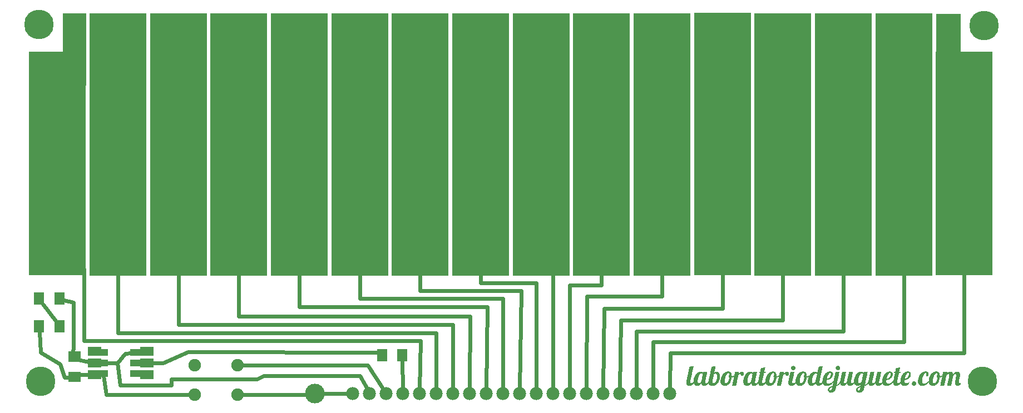
<source format=gtl>
G04 MADE WITH FRITZING*
G04 WWW.FRITZING.ORG*
G04 DOUBLE SIDED*
G04 HOLES PLATED*
G04 CONTOUR ON CENTER OF CONTOUR VECTOR*
%ASAXBY*%
%FSLAX23Y23*%
%MOIN*%
%OFA0B0*%
%SFA1.0B1.0*%
%ADD10C,0.075000*%
%ADD11C,0.078000*%
%ADD12C,0.118110*%
%ADD13C,0.177165*%
%ADD14R,0.062992X0.074803*%
%ADD15R,0.338582X1.574800*%
%ADD16R,0.150978X0.407097*%
%ADD17R,0.139867X0.434874*%
%ADD18R,0.338582X1.338580*%
%ADD19C,0.024000*%
%ADD20R,0.001000X0.001000*%
%LNCOPPER1*%
G90*
G70*
G54D10*
X1313Y54D03*
X1057Y54D03*
X1313Y232D03*
X1057Y232D03*
G54D11*
X3903Y62D03*
X3803Y62D03*
X3703Y62D03*
X3603Y62D03*
X3503Y62D03*
X3403Y62D03*
X3303Y62D03*
X3203Y62D03*
X3103Y62D03*
X3003Y62D03*
X2903Y62D03*
X2803Y62D03*
X2703Y62D03*
X2603Y62D03*
X2503Y62D03*
X2403Y62D03*
X2303Y62D03*
X2203Y62D03*
X2103Y62D03*
X2003Y62D03*
G54D12*
X1777Y62D03*
G54D13*
X5785Y2267D03*
X132Y133D03*
X5777Y133D03*
X124Y2275D03*
G54D14*
X124Y629D03*
X246Y629D03*
G54D15*
X4218Y1558D03*
X3856Y1554D03*
X3494Y1554D03*
X3132Y1554D03*
X2769Y1554D03*
X2407Y1554D03*
X2045Y1554D03*
X1683Y1554D03*
X1321Y1554D03*
X958Y1554D03*
X596Y1554D03*
G54D16*
X5573Y2133D03*
G54D17*
X336Y2125D03*
G54D18*
X234Y1440D03*
G54D14*
X124Y464D03*
X246Y464D03*
X2179Y291D03*
X2301Y291D03*
G54D18*
X5667Y1440D03*
G54D15*
X5305Y1554D03*
X4943Y1554D03*
X4581Y1554D03*
G54D19*
X331Y327D02*
X318Y299D01*
D02*
X318Y299D02*
X336Y283D01*
D02*
X277Y156D02*
X249Y238D01*
D02*
X331Y606D02*
X331Y327D01*
D02*
X272Y622D02*
X331Y606D01*
D02*
X134Y306D02*
X126Y432D01*
D02*
X249Y238D02*
X134Y306D01*
D02*
X305Y158D02*
X277Y156D01*
D02*
X222Y496D02*
X147Y597D01*
D02*
X3405Y644D02*
X3856Y644D01*
D02*
X3403Y92D02*
X3405Y644D01*
D02*
X4218Y572D02*
X4218Y777D01*
D02*
X3510Y572D02*
X4218Y572D01*
D02*
X3504Y92D02*
X3510Y572D01*
D02*
X3203Y827D02*
X3203Y92D01*
D02*
X3132Y827D02*
X3203Y827D01*
D02*
X3132Y1554D02*
X3132Y827D01*
D02*
X2770Y725D02*
X3103Y725D01*
D02*
X3103Y725D02*
X3103Y92D01*
D02*
X2770Y773D02*
X2770Y725D01*
D02*
X3494Y711D02*
X3494Y773D01*
D02*
X3303Y711D02*
X3494Y711D01*
D02*
X3303Y92D02*
X3303Y711D01*
D02*
X3856Y644D02*
X3856Y773D01*
D02*
X1321Y525D02*
X2705Y525D01*
D02*
X2808Y581D02*
X2804Y92D01*
D02*
X1683Y581D02*
X2808Y581D01*
D02*
X1683Y773D02*
X1683Y581D01*
D02*
X2903Y629D02*
X2903Y92D01*
D02*
X2045Y629D02*
X2903Y629D01*
D02*
X2045Y773D02*
X2045Y629D01*
D02*
X3012Y677D02*
X3004Y92D01*
D02*
X2407Y677D02*
X3012Y677D01*
D02*
X2407Y773D02*
X2407Y677D01*
D02*
X393Y377D02*
X2408Y377D01*
D02*
X2503Y425D02*
X2503Y92D01*
D02*
X596Y425D02*
X2503Y425D01*
D02*
X596Y773D02*
X596Y425D01*
D02*
X2603Y473D02*
X2603Y92D01*
D02*
X958Y473D02*
X2603Y473D01*
D02*
X958Y773D02*
X958Y473D01*
D02*
X2705Y525D02*
X2703Y92D01*
D02*
X1321Y773D02*
X1321Y525D01*
D02*
X610Y111D02*
X594Y244D01*
D02*
X2179Y307D02*
X1016Y311D01*
D02*
X1471Y166D02*
X1431Y148D01*
D02*
X1431Y148D02*
X916Y148D01*
D02*
X866Y244D02*
X804Y244D01*
D02*
X723Y309D02*
X735Y310D01*
D02*
X2045Y166D02*
X1471Y166D01*
D02*
X916Y148D02*
X916Y111D01*
D02*
X916Y111D02*
X610Y111D01*
D02*
X2089Y89D02*
X2045Y166D01*
D02*
X1016Y311D02*
X866Y244D01*
D02*
X2179Y291D02*
X2179Y307D01*
D02*
X2301Y259D02*
X2303Y92D01*
D02*
X1973Y62D02*
X1808Y62D01*
D02*
X2408Y377D02*
X2404Y92D01*
D02*
X393Y804D02*
X393Y377D01*
D02*
X234Y1440D02*
X393Y804D01*
D02*
X1716Y55D02*
X1341Y54D01*
D02*
X1747Y59D02*
X1716Y55D01*
D02*
X328Y173D02*
X336Y161D01*
D02*
X313Y273D02*
X336Y283D01*
D02*
X420Y251D02*
X313Y273D01*
D02*
X420Y173D02*
X328Y173D01*
D02*
X527Y55D02*
X1028Y54D01*
D02*
X508Y166D02*
X527Y55D01*
D02*
X735Y176D02*
X723Y178D01*
D02*
X735Y243D02*
X723Y243D01*
D02*
X489Y178D02*
X482Y177D01*
D02*
X489Y243D02*
X482Y243D01*
D02*
X489Y309D02*
X482Y310D01*
D02*
X638Y299D02*
X594Y244D01*
D02*
X594Y244D02*
X530Y244D01*
D02*
X675Y304D02*
X638Y299D01*
D02*
X2094Y229D02*
X1341Y232D01*
D02*
X2187Y87D02*
X2094Y229D01*
D02*
X305Y1913D02*
X333Y2104D01*
D02*
X5600Y1935D02*
X5577Y2104D01*
D02*
X5667Y305D02*
X5667Y777D01*
D02*
X3905Y305D02*
X5667Y305D01*
D02*
X3904Y92D02*
X3905Y305D01*
D02*
X5305Y372D02*
X5305Y773D01*
D02*
X3803Y372D02*
X5305Y372D01*
D02*
X3803Y92D02*
X3803Y372D01*
D02*
X3703Y92D02*
X3703Y433D01*
D02*
X3703Y433D02*
X4943Y433D01*
D02*
X4943Y433D02*
X4943Y773D01*
D02*
X3610Y499D02*
X4581Y499D01*
D02*
X4581Y499D02*
X4581Y773D01*
D02*
X3610Y499D02*
X3604Y92D01*
G36*
X669Y200D02*
X728Y200D01*
X728Y161D01*
X669Y161D01*
X669Y200D01*
G37*
D02*
G36*
X669Y263D02*
X728Y263D01*
X728Y224D01*
X669Y224D01*
X669Y263D01*
G37*
D02*
G36*
X669Y326D02*
X728Y326D01*
X728Y287D01*
X669Y287D01*
X669Y326D01*
G37*
D02*
G36*
X476Y326D02*
X535Y326D01*
X535Y287D01*
X476Y287D01*
X476Y326D01*
G37*
D02*
G36*
X476Y263D02*
X535Y263D01*
X535Y224D01*
X476Y224D01*
X476Y263D01*
G37*
D02*
G36*
X476Y200D02*
X535Y200D01*
X535Y161D01*
X476Y161D01*
X476Y200D01*
G37*
D02*
G36*
X374Y251D02*
X299Y251D01*
X299Y314D01*
X374Y314D01*
X374Y251D01*
G37*
D02*
G36*
X374Y129D02*
X299Y129D01*
X299Y192D01*
X374Y192D01*
X374Y129D01*
G37*
D02*
G36*
X495Y146D02*
X415Y146D01*
X415Y199D01*
X495Y199D01*
X495Y146D01*
G37*
D02*
G36*
X495Y288D02*
X415Y288D01*
X415Y341D01*
X495Y341D01*
X495Y288D01*
G37*
D02*
G36*
X495Y217D02*
X415Y217D01*
X415Y270D01*
X495Y270D01*
X495Y217D01*
G37*
D02*
G36*
X809Y146D02*
X729Y146D01*
X729Y199D01*
X809Y199D01*
X809Y146D01*
G37*
D02*
G36*
X809Y217D02*
X729Y217D01*
X729Y270D01*
X809Y270D01*
X809Y217D01*
G37*
D02*
G36*
X809Y288D02*
X729Y288D01*
X729Y341D01*
X809Y341D01*
X809Y288D01*
G37*
D02*
G54D20*
X4639Y226D02*
X4645Y226D01*
X4907Y226D02*
X4915Y226D01*
X4636Y225D02*
X4648Y225D01*
X4905Y225D02*
X4917Y225D01*
X4042Y224D02*
X4045Y224D01*
X4174Y224D02*
X4177Y224D01*
X4635Y224D02*
X4649Y224D01*
X4816Y224D02*
X4819Y224D01*
X4903Y224D02*
X4918Y224D01*
X4035Y223D02*
X4045Y223D01*
X4167Y223D02*
X4177Y223D01*
X4634Y223D02*
X4651Y223D01*
X4809Y223D02*
X4819Y223D01*
X4902Y223D02*
X4919Y223D01*
X4027Y222D02*
X4044Y222D01*
X4160Y222D02*
X4177Y222D01*
X4633Y222D02*
X4652Y222D01*
X4801Y222D02*
X4818Y222D01*
X4901Y222D02*
X4920Y222D01*
X4021Y221D02*
X4044Y221D01*
X4154Y221D02*
X4177Y221D01*
X4632Y221D02*
X4652Y221D01*
X4795Y221D02*
X4818Y221D01*
X4900Y221D02*
X4921Y221D01*
X4021Y220D02*
X4044Y220D01*
X4153Y220D02*
X4176Y220D01*
X4631Y220D02*
X4653Y220D01*
X4795Y220D02*
X4818Y220D01*
X4900Y220D02*
X4922Y220D01*
X4021Y219D02*
X4044Y219D01*
X4153Y219D02*
X4176Y219D01*
X4631Y219D02*
X4654Y219D01*
X4795Y219D02*
X4818Y219D01*
X4899Y219D02*
X4922Y219D01*
X4021Y218D02*
X4044Y218D01*
X4153Y218D02*
X4176Y218D01*
X4630Y218D02*
X4654Y218D01*
X4795Y218D02*
X4818Y218D01*
X4899Y218D02*
X4923Y218D01*
X4020Y217D02*
X4043Y217D01*
X4153Y217D02*
X4176Y217D01*
X4471Y217D02*
X4474Y217D01*
X4630Y217D02*
X4654Y217D01*
X4794Y217D02*
X4817Y217D01*
X4899Y217D02*
X4923Y217D01*
X5280Y217D02*
X5283Y217D01*
X4020Y216D02*
X4043Y216D01*
X4152Y216D02*
X4176Y216D01*
X4464Y216D02*
X4474Y216D01*
X4630Y216D02*
X4655Y216D01*
X4794Y216D02*
X4817Y216D01*
X4898Y216D02*
X4923Y216D01*
X5273Y216D02*
X5282Y216D01*
X4020Y215D02*
X4043Y215D01*
X4152Y215D02*
X4175Y215D01*
X4456Y215D02*
X4473Y215D01*
X4630Y215D02*
X4655Y215D01*
X4794Y215D02*
X4817Y215D01*
X4898Y215D02*
X4923Y215D01*
X5265Y215D02*
X5282Y215D01*
X4020Y214D02*
X4043Y214D01*
X4152Y214D02*
X4175Y214D01*
X4450Y214D02*
X4473Y214D01*
X4629Y214D02*
X4655Y214D01*
X4794Y214D02*
X4817Y214D01*
X4898Y214D02*
X4924Y214D01*
X5259Y214D02*
X5282Y214D01*
X4019Y213D02*
X4042Y213D01*
X4152Y213D02*
X4175Y213D01*
X4450Y213D02*
X4473Y213D01*
X4629Y213D02*
X4655Y213D01*
X4793Y213D02*
X4816Y213D01*
X4898Y213D02*
X4924Y213D01*
X5259Y213D02*
X5282Y213D01*
X4019Y212D02*
X4042Y212D01*
X4152Y212D02*
X4175Y212D01*
X4450Y212D02*
X4473Y212D01*
X4630Y212D02*
X4655Y212D01*
X4793Y212D02*
X4816Y212D01*
X4898Y212D02*
X4923Y212D01*
X5259Y212D02*
X5282Y212D01*
X4019Y211D02*
X4042Y211D01*
X4151Y211D02*
X4174Y211D01*
X4449Y211D02*
X4472Y211D01*
X4630Y211D02*
X4655Y211D01*
X4793Y211D02*
X4816Y211D01*
X4898Y211D02*
X4923Y211D01*
X5258Y211D02*
X5281Y211D01*
X4019Y210D02*
X4042Y210D01*
X4151Y210D02*
X4174Y210D01*
X4449Y210D02*
X4472Y210D01*
X4630Y210D02*
X4655Y210D01*
X4793Y210D02*
X4816Y210D01*
X4899Y210D02*
X4923Y210D01*
X5258Y210D02*
X5281Y210D01*
X4019Y209D02*
X4042Y209D01*
X4151Y209D02*
X4174Y209D01*
X4449Y209D02*
X4472Y209D01*
X4630Y209D02*
X4654Y209D01*
X4793Y209D02*
X4816Y209D01*
X4899Y209D02*
X4923Y209D01*
X5258Y209D02*
X5281Y209D01*
X4018Y208D02*
X4041Y208D01*
X4151Y208D02*
X4174Y208D01*
X4449Y208D02*
X4472Y208D01*
X4630Y208D02*
X4654Y208D01*
X4792Y208D02*
X4815Y208D01*
X4899Y208D02*
X4922Y208D01*
X5258Y208D02*
X5281Y208D01*
X4018Y207D02*
X4041Y207D01*
X4151Y207D02*
X4174Y207D01*
X4449Y207D02*
X4472Y207D01*
X4631Y207D02*
X4653Y207D01*
X4792Y207D02*
X4815Y207D01*
X4900Y207D02*
X4922Y207D01*
X5258Y207D02*
X5281Y207D01*
X4018Y206D02*
X4041Y206D01*
X4150Y206D02*
X4173Y206D01*
X4448Y206D02*
X4471Y206D01*
X4632Y206D02*
X4653Y206D01*
X4792Y206D02*
X4815Y206D01*
X4900Y206D02*
X4921Y206D01*
X5257Y206D02*
X5280Y206D01*
X4018Y205D02*
X4041Y205D01*
X4150Y205D02*
X4173Y205D01*
X4448Y205D02*
X4471Y205D01*
X4632Y205D02*
X4652Y205D01*
X4792Y205D02*
X4815Y205D01*
X4901Y205D02*
X4920Y205D01*
X5257Y205D02*
X5280Y205D01*
X4018Y204D02*
X4041Y204D01*
X4150Y204D02*
X4173Y204D01*
X4448Y204D02*
X4471Y204D01*
X4633Y204D02*
X4651Y204D01*
X4792Y204D02*
X4815Y204D01*
X4902Y204D02*
X4920Y204D01*
X5257Y204D02*
X5280Y204D01*
X4017Y203D02*
X4040Y203D01*
X4150Y203D02*
X4173Y203D01*
X4448Y203D02*
X4471Y203D01*
X4634Y203D02*
X4650Y203D01*
X4791Y203D02*
X4814Y203D01*
X4903Y203D02*
X4918Y203D01*
X5257Y203D02*
X5280Y203D01*
X4017Y202D02*
X4040Y202D01*
X4150Y202D02*
X4173Y202D01*
X4447Y202D02*
X4471Y202D01*
X4636Y202D02*
X4648Y202D01*
X4791Y202D02*
X4814Y202D01*
X4905Y202D02*
X4917Y202D01*
X5256Y202D02*
X5279Y202D01*
X4017Y201D02*
X4040Y201D01*
X4149Y201D02*
X4172Y201D01*
X4447Y201D02*
X4470Y201D01*
X4638Y201D02*
X4646Y201D01*
X4791Y201D02*
X4814Y201D01*
X4907Y201D02*
X4914Y201D01*
X5256Y201D02*
X5279Y201D01*
X4017Y200D02*
X4040Y200D01*
X4149Y200D02*
X4172Y200D01*
X4447Y200D02*
X4470Y200D01*
X4791Y200D02*
X4814Y200D01*
X5256Y200D02*
X5279Y200D01*
X4016Y199D02*
X4040Y199D01*
X4149Y199D02*
X4172Y199D01*
X4447Y199D02*
X4470Y199D01*
X4790Y199D02*
X4813Y199D01*
X5256Y199D02*
X5279Y199D01*
X4016Y198D02*
X4039Y198D01*
X4149Y198D02*
X4172Y198D01*
X4447Y198D02*
X4470Y198D01*
X4790Y198D02*
X4813Y198D01*
X5256Y198D02*
X5279Y198D01*
X4016Y197D02*
X4039Y197D01*
X4148Y197D02*
X4171Y197D01*
X4446Y197D02*
X4469Y197D01*
X4790Y197D02*
X4813Y197D01*
X5255Y197D02*
X5278Y197D01*
X4016Y196D02*
X4039Y196D01*
X4148Y196D02*
X4171Y196D01*
X4446Y196D02*
X4469Y196D01*
X4790Y196D02*
X4813Y196D01*
X5255Y196D02*
X5278Y196D01*
X4016Y195D02*
X4039Y195D01*
X4148Y195D02*
X4171Y195D01*
X4446Y195D02*
X4469Y195D01*
X4790Y195D02*
X4813Y195D01*
X5255Y195D02*
X5278Y195D01*
X4015Y194D02*
X4038Y194D01*
X4148Y194D02*
X4171Y194D01*
X4446Y194D02*
X4469Y194D01*
X4789Y194D02*
X4812Y194D01*
X5255Y194D02*
X5278Y194D01*
X4015Y193D02*
X4038Y193D01*
X4148Y193D02*
X4171Y193D01*
X4446Y193D02*
X4469Y193D01*
X4789Y193D02*
X4812Y193D01*
X5254Y193D02*
X5278Y193D01*
X4015Y192D02*
X4038Y192D01*
X4147Y192D02*
X4170Y192D01*
X4247Y192D02*
X4258Y192D01*
X4445Y192D02*
X4468Y192D01*
X4515Y192D02*
X4526Y192D01*
X4696Y192D02*
X4707Y192D01*
X4789Y192D02*
X4812Y192D01*
X4857Y192D02*
X4869Y192D01*
X5215Y192D02*
X5227Y192D01*
X5254Y192D02*
X5277Y192D01*
X5323Y192D02*
X5335Y192D01*
X5429Y192D02*
X5441Y192D01*
X5494Y192D02*
X5505Y192D01*
X4015Y191D02*
X4038Y191D01*
X4081Y191D02*
X4095Y191D01*
X4104Y191D02*
X4127Y191D01*
X4147Y191D02*
X4170Y191D01*
X4179Y191D02*
X4188Y191D01*
X4242Y191D02*
X4261Y191D01*
X4295Y191D02*
X4317Y191D01*
X4335Y191D02*
X4337Y191D01*
X4379Y191D02*
X4393Y191D01*
X4402Y191D02*
X4425Y191D01*
X4440Y191D02*
X4478Y191D01*
X4511Y191D02*
X4530Y191D01*
X4563Y191D02*
X4586Y191D01*
X4604Y191D02*
X4605Y191D01*
X4626Y191D02*
X4649Y191D01*
X4692Y191D02*
X4711Y191D01*
X4766Y191D02*
X4780Y191D01*
X4789Y191D02*
X4812Y191D01*
X4852Y191D02*
X4872Y191D01*
X4896Y191D02*
X4919Y191D01*
X4936Y191D02*
X4959Y191D01*
X4978Y191D02*
X5000Y191D01*
X5042Y191D02*
X5056Y191D01*
X5066Y191D02*
X5088Y191D01*
X5106Y191D02*
X5128Y191D01*
X5147Y191D02*
X5169Y191D01*
X5210Y191D02*
X5230Y191D01*
X5249Y191D02*
X5287Y191D01*
X5319Y191D02*
X5339Y191D01*
X5424Y191D02*
X5444Y191D01*
X5489Y191D02*
X5508Y191D01*
X5542Y191D02*
X5564Y191D01*
X5577Y191D02*
X5590Y191D01*
X5619Y191D02*
X5630Y191D01*
X4015Y190D02*
X4038Y190D01*
X4078Y190D02*
X4097Y190D01*
X4104Y190D02*
X4127Y190D01*
X4147Y190D02*
X4170Y190D01*
X4176Y190D02*
X4191Y190D01*
X4239Y190D02*
X4263Y190D01*
X4294Y190D02*
X4317Y190D01*
X4330Y190D02*
X4341Y190D01*
X4376Y190D02*
X4395Y190D01*
X4402Y190D02*
X4425Y190D01*
X4439Y190D02*
X4478Y190D01*
X4508Y190D02*
X4532Y190D01*
X4563Y190D02*
X4586Y190D01*
X4599Y190D02*
X4609Y190D01*
X4626Y190D02*
X4649Y190D01*
X4689Y190D02*
X4713Y190D01*
X4762Y190D02*
X4782Y190D01*
X4789Y190D02*
X4812Y190D01*
X4849Y190D02*
X4874Y190D01*
X4896Y190D02*
X4919Y190D01*
X4936Y190D02*
X4959Y190D01*
X4977Y190D02*
X5000Y190D01*
X5039Y190D02*
X5058Y190D01*
X5065Y190D02*
X5088Y190D01*
X5105Y190D02*
X5128Y190D01*
X5146Y190D02*
X5169Y190D01*
X5207Y190D02*
X5232Y190D01*
X5248Y190D02*
X5287Y190D01*
X5316Y190D02*
X5341Y190D01*
X5422Y190D02*
X5446Y190D01*
X5486Y190D02*
X5510Y190D01*
X5541Y190D02*
X5564Y190D01*
X5574Y190D02*
X5592Y190D01*
X5615Y190D02*
X5633Y190D01*
X4014Y189D02*
X4037Y189D01*
X4075Y189D02*
X4099Y189D01*
X4104Y189D02*
X4127Y189D01*
X4147Y189D02*
X4170Y189D01*
X4174Y189D02*
X4193Y189D01*
X4237Y189D02*
X4265Y189D01*
X4294Y189D02*
X4317Y189D01*
X4328Y189D02*
X4342Y189D01*
X4373Y189D02*
X4397Y189D01*
X4402Y189D02*
X4425Y189D01*
X4439Y189D02*
X4478Y189D01*
X4506Y189D02*
X4534Y189D01*
X4563Y189D02*
X4586Y189D01*
X4597Y189D02*
X4611Y189D01*
X4626Y189D02*
X4649Y189D01*
X4687Y189D02*
X4715Y189D01*
X4760Y189D02*
X4783Y189D01*
X4788Y189D02*
X4811Y189D01*
X4847Y189D02*
X4875Y189D01*
X4896Y189D02*
X4919Y189D01*
X4936Y189D02*
X4959Y189D01*
X4977Y189D02*
X5000Y189D01*
X5036Y189D02*
X5060Y189D01*
X5065Y189D02*
X5088Y189D01*
X5105Y189D02*
X5128Y189D01*
X5146Y189D02*
X5169Y189D01*
X5205Y189D02*
X5233Y189D01*
X5248Y189D02*
X5287Y189D01*
X5314Y189D02*
X5342Y189D01*
X5419Y189D02*
X5448Y189D01*
X5484Y189D02*
X5512Y189D01*
X5541Y189D02*
X5564Y189D01*
X5572Y189D02*
X5594Y189D01*
X5613Y189D02*
X5635Y189D01*
X4014Y188D02*
X4037Y188D01*
X4073Y188D02*
X4100Y188D01*
X4103Y188D02*
X4127Y188D01*
X4147Y188D02*
X4170Y188D01*
X4172Y188D02*
X4195Y188D01*
X4235Y188D02*
X4266Y188D01*
X4294Y188D02*
X4317Y188D01*
X4326Y188D02*
X4343Y188D01*
X4371Y188D02*
X4398Y188D01*
X4402Y188D02*
X4425Y188D01*
X4439Y188D02*
X4478Y188D01*
X4504Y188D02*
X4535Y188D01*
X4562Y188D02*
X4586Y188D01*
X4595Y188D02*
X4612Y188D01*
X4625Y188D02*
X4648Y188D01*
X4685Y188D02*
X4716Y188D01*
X4758Y188D02*
X4784Y188D01*
X4788Y188D02*
X4811Y188D01*
X4845Y188D02*
X4877Y188D01*
X4896Y188D02*
X4919Y188D01*
X4935Y188D02*
X4959Y188D01*
X4977Y188D02*
X5000Y188D01*
X5034Y188D02*
X5061Y188D01*
X5065Y188D02*
X5088Y188D01*
X5105Y188D02*
X5128Y188D01*
X5146Y188D02*
X5169Y188D01*
X5203Y188D02*
X5235Y188D01*
X5248Y188D02*
X5287Y188D01*
X5312Y188D02*
X5343Y188D01*
X5417Y188D02*
X5449Y188D01*
X5482Y188D02*
X5513Y188D01*
X5541Y188D02*
X5564Y188D01*
X5570Y188D02*
X5595Y188D01*
X5612Y188D02*
X5636Y188D01*
X4014Y187D02*
X4037Y187D01*
X4071Y187D02*
X4100Y187D01*
X4103Y187D02*
X4126Y187D01*
X4146Y187D02*
X4196Y187D01*
X4233Y187D02*
X4267Y187D01*
X4294Y187D02*
X4317Y187D01*
X4324Y187D02*
X4344Y187D01*
X4369Y187D02*
X4398Y187D01*
X4401Y187D02*
X4424Y187D01*
X4439Y187D02*
X4477Y187D01*
X4502Y187D02*
X4536Y187D01*
X4562Y187D02*
X4585Y187D01*
X4593Y187D02*
X4613Y187D01*
X4625Y187D02*
X4648Y187D01*
X4683Y187D02*
X4717Y187D01*
X4756Y187D02*
X4785Y187D01*
X4788Y187D02*
X4811Y187D01*
X4844Y187D02*
X4878Y187D01*
X4895Y187D02*
X4918Y187D01*
X4935Y187D02*
X4958Y187D01*
X4977Y187D02*
X5000Y187D01*
X5033Y187D02*
X5062Y187D01*
X5064Y187D02*
X5088Y187D01*
X5104Y187D02*
X5128Y187D01*
X5146Y187D02*
X5169Y187D01*
X5202Y187D02*
X5236Y187D01*
X5248Y187D02*
X5286Y187D01*
X5310Y187D02*
X5344Y187D01*
X5416Y187D02*
X5450Y187D01*
X5480Y187D02*
X5514Y187D01*
X5541Y187D02*
X5564Y187D01*
X5569Y187D02*
X5596Y187D01*
X5610Y187D02*
X5637Y187D01*
X4014Y186D02*
X4037Y186D01*
X4070Y186D02*
X4101Y186D01*
X4103Y186D02*
X4126Y186D01*
X4146Y186D02*
X4197Y186D01*
X4232Y186D02*
X4268Y186D01*
X4293Y186D02*
X4316Y186D01*
X4323Y186D02*
X4345Y186D01*
X4368Y186D02*
X4399Y186D01*
X4401Y186D02*
X4424Y186D01*
X4439Y186D02*
X4477Y186D01*
X4500Y186D02*
X4537Y186D01*
X4562Y186D02*
X4585Y186D01*
X4592Y186D02*
X4614Y186D01*
X4625Y186D02*
X4648Y186D01*
X4681Y186D02*
X4718Y186D01*
X4755Y186D02*
X4786Y186D01*
X4788Y186D02*
X4811Y186D01*
X4842Y186D02*
X4878Y186D01*
X4895Y186D02*
X4918Y186D01*
X4935Y186D02*
X4958Y186D01*
X4976Y186D02*
X4999Y186D01*
X5031Y186D02*
X5062Y186D01*
X5064Y186D02*
X5087Y186D01*
X5104Y186D02*
X5127Y186D01*
X5146Y186D02*
X5169Y186D01*
X5200Y186D02*
X5236Y186D01*
X5248Y186D02*
X5286Y186D01*
X5309Y186D02*
X5345Y186D01*
X5414Y186D02*
X5451Y186D01*
X5479Y186D02*
X5515Y186D01*
X5541Y186D02*
X5564Y186D01*
X5568Y186D02*
X5597Y186D01*
X5609Y186D02*
X5638Y186D01*
X4014Y185D02*
X4037Y185D01*
X4068Y185D02*
X4101Y185D01*
X4103Y185D02*
X4126Y185D01*
X4146Y185D02*
X4197Y185D01*
X4230Y185D02*
X4269Y185D01*
X4293Y185D02*
X4316Y185D01*
X4321Y185D02*
X4346Y185D01*
X4367Y185D02*
X4399Y185D01*
X4401Y185D02*
X4424Y185D01*
X4438Y185D02*
X4477Y185D01*
X4499Y185D02*
X4537Y185D01*
X4562Y185D02*
X4585Y185D01*
X4590Y185D02*
X4614Y185D01*
X4625Y185D02*
X4648Y185D01*
X4680Y185D02*
X4718Y185D01*
X4753Y185D02*
X4786Y185D01*
X4788Y185D02*
X4811Y185D01*
X4841Y185D02*
X4879Y185D01*
X4895Y185D02*
X4918Y185D01*
X4935Y185D02*
X4958Y185D01*
X4976Y185D02*
X4999Y185D01*
X5030Y185D02*
X5062Y185D01*
X5064Y185D02*
X5087Y185D01*
X5104Y185D02*
X5127Y185D01*
X5145Y185D02*
X5168Y185D01*
X5199Y185D02*
X5237Y185D01*
X5247Y185D02*
X5286Y185D01*
X5307Y185D02*
X5346Y185D01*
X5413Y185D02*
X5451Y185D01*
X5477Y185D02*
X5516Y185D01*
X5540Y185D02*
X5563Y185D01*
X5566Y185D02*
X5598Y185D01*
X5608Y185D02*
X5639Y185D01*
X4013Y184D02*
X4036Y184D01*
X4067Y184D02*
X4126Y184D01*
X4146Y184D02*
X4198Y184D01*
X4229Y184D02*
X4269Y184D01*
X4293Y184D02*
X4316Y184D01*
X4320Y184D02*
X4346Y184D01*
X4365Y184D02*
X4424Y184D01*
X4444Y184D02*
X4467Y184D01*
X4498Y184D02*
X4538Y184D01*
X4562Y184D02*
X4585Y184D01*
X4589Y184D02*
X4615Y184D01*
X4625Y184D02*
X4648Y184D01*
X4679Y184D02*
X4719Y184D01*
X4752Y184D02*
X4810Y184D01*
X4839Y184D02*
X4879Y184D01*
X4895Y184D02*
X4918Y184D01*
X4935Y184D02*
X4958Y184D01*
X4976Y184D02*
X4999Y184D01*
X5028Y184D02*
X5087Y184D01*
X5104Y184D02*
X5127Y184D01*
X5145Y184D02*
X5168Y184D01*
X5197Y184D02*
X5237Y184D01*
X5253Y184D02*
X5276Y184D01*
X5306Y184D02*
X5346Y184D01*
X5412Y184D02*
X5452Y184D01*
X5476Y184D02*
X5517Y184D01*
X5540Y184D02*
X5563Y184D01*
X5565Y184D02*
X5598Y184D01*
X5607Y184D02*
X5639Y184D01*
X4013Y183D02*
X4036Y183D01*
X4066Y183D02*
X4125Y183D01*
X4145Y183D02*
X4199Y183D01*
X4228Y183D02*
X4270Y183D01*
X4293Y183D02*
X4316Y183D01*
X4319Y183D02*
X4346Y183D01*
X4364Y183D02*
X4423Y183D01*
X4443Y183D02*
X4467Y183D01*
X4496Y183D02*
X4539Y183D01*
X4561Y183D02*
X4585Y183D01*
X4588Y183D02*
X4615Y183D01*
X4624Y183D02*
X4647Y183D01*
X4677Y183D02*
X4720Y183D01*
X4751Y183D02*
X4810Y183D01*
X4838Y183D02*
X4861Y183D01*
X4867Y183D02*
X4880Y183D01*
X4894Y183D02*
X4918Y183D01*
X4934Y183D02*
X4957Y183D01*
X4976Y183D02*
X4999Y183D01*
X5027Y183D02*
X5087Y183D01*
X5104Y183D02*
X5127Y183D01*
X5145Y183D02*
X5168Y183D01*
X5196Y183D02*
X5219Y183D01*
X5225Y183D02*
X5238Y183D01*
X5252Y183D02*
X5275Y183D01*
X5305Y183D02*
X5327Y183D01*
X5334Y183D02*
X5347Y183D01*
X5410Y183D02*
X5433Y183D01*
X5439Y183D02*
X5452Y183D01*
X5475Y183D02*
X5517Y183D01*
X5540Y183D02*
X5599Y183D01*
X5606Y183D02*
X5640Y183D01*
X4013Y182D02*
X4036Y182D01*
X4065Y182D02*
X4125Y182D01*
X4145Y182D02*
X4199Y182D01*
X4227Y182D02*
X4251Y182D01*
X4257Y182D02*
X4271Y182D01*
X4293Y182D02*
X4316Y182D01*
X4318Y182D02*
X4347Y182D01*
X4363Y182D02*
X4423Y182D01*
X4443Y182D02*
X4466Y182D01*
X4495Y182D02*
X4520Y182D01*
X4526Y182D02*
X4539Y182D01*
X4561Y182D02*
X4584Y182D01*
X4587Y182D02*
X4615Y182D01*
X4624Y182D02*
X4647Y182D01*
X4676Y182D02*
X4701Y182D01*
X4707Y182D02*
X4720Y182D01*
X4750Y182D02*
X4810Y182D01*
X4837Y182D02*
X4859Y182D01*
X4868Y182D02*
X4880Y182D01*
X4894Y182D02*
X4917Y182D01*
X4934Y182D02*
X4957Y182D01*
X4975Y182D02*
X4999Y182D01*
X5026Y182D02*
X5086Y182D01*
X5103Y182D02*
X5126Y182D01*
X5145Y182D02*
X5168Y182D01*
X5195Y182D02*
X5217Y182D01*
X5226Y182D02*
X5238Y182D01*
X5252Y182D02*
X5275Y182D01*
X5304Y182D02*
X5326Y182D01*
X5335Y182D02*
X5347Y182D01*
X5409Y182D02*
X5431Y182D01*
X5440Y182D02*
X5452Y182D01*
X5474Y182D02*
X5498Y182D01*
X5504Y182D02*
X5518Y182D01*
X5540Y182D02*
X5599Y182D01*
X5605Y182D02*
X5640Y182D01*
X4013Y181D02*
X4036Y181D01*
X4064Y181D02*
X4090Y181D01*
X4097Y181D02*
X4125Y181D01*
X4145Y181D02*
X4200Y181D01*
X4226Y181D02*
X4249Y181D01*
X4259Y181D02*
X4271Y181D01*
X4292Y181D02*
X4347Y181D01*
X4362Y181D02*
X4388Y181D01*
X4395Y181D02*
X4423Y181D01*
X4443Y181D02*
X4466Y181D01*
X4494Y181D02*
X4518Y181D01*
X4527Y181D02*
X4540Y181D01*
X4561Y181D02*
X4616Y181D01*
X4624Y181D02*
X4647Y181D01*
X4675Y181D02*
X4699Y181D01*
X4708Y181D02*
X4721Y181D01*
X4749Y181D02*
X4774Y181D01*
X4782Y181D02*
X4810Y181D01*
X4836Y181D02*
X4858Y181D01*
X4868Y181D02*
X4880Y181D01*
X4894Y181D02*
X4917Y181D01*
X4934Y181D02*
X4957Y181D01*
X4975Y181D02*
X4998Y181D01*
X5025Y181D02*
X5051Y181D01*
X5058Y181D02*
X5086Y181D01*
X5103Y181D02*
X5126Y181D01*
X5144Y181D02*
X5168Y181D01*
X5194Y181D02*
X5216Y181D01*
X5226Y181D02*
X5238Y181D01*
X5252Y181D02*
X5275Y181D01*
X5303Y181D02*
X5325Y181D01*
X5335Y181D02*
X5347Y181D01*
X5408Y181D02*
X5430Y181D01*
X5440Y181D02*
X5453Y181D01*
X5473Y181D02*
X5496Y181D01*
X5506Y181D02*
X5518Y181D01*
X5539Y181D02*
X5600Y181D01*
X5604Y181D02*
X5641Y181D01*
X4012Y180D02*
X4035Y180D01*
X4063Y180D02*
X4087Y180D01*
X4098Y180D02*
X4125Y180D01*
X4145Y180D02*
X4200Y180D01*
X4225Y180D02*
X4248Y180D01*
X4259Y180D02*
X4271Y180D01*
X4292Y180D02*
X4347Y180D01*
X4361Y180D02*
X4385Y180D01*
X4396Y180D02*
X4423Y180D01*
X4443Y180D02*
X4466Y180D01*
X4493Y180D02*
X4516Y180D01*
X4528Y180D02*
X4540Y180D01*
X4561Y180D02*
X4616Y180D01*
X4624Y180D02*
X4647Y180D01*
X4674Y180D02*
X4697Y180D01*
X4709Y180D02*
X4721Y180D01*
X4748Y180D02*
X4772Y180D01*
X4783Y180D02*
X4809Y180D01*
X4835Y180D02*
X4857Y180D01*
X4869Y180D02*
X4880Y180D01*
X4894Y180D02*
X4917Y180D01*
X4934Y180D02*
X4957Y180D01*
X4975Y180D02*
X4998Y180D01*
X5024Y180D02*
X5049Y180D01*
X5060Y180D02*
X5086Y180D01*
X5103Y180D02*
X5126Y180D01*
X5144Y180D02*
X5167Y180D01*
X5193Y180D02*
X5215Y180D01*
X5227Y180D02*
X5239Y180D01*
X5252Y180D02*
X5275Y180D01*
X5302Y180D02*
X5324Y180D01*
X5335Y180D02*
X5347Y180D01*
X5407Y180D02*
X5429Y180D01*
X5441Y180D02*
X5453Y180D01*
X5472Y180D02*
X5495Y180D01*
X5506Y180D02*
X5519Y180D01*
X5539Y180D02*
X5600Y180D01*
X5603Y180D02*
X5641Y180D01*
X4012Y179D02*
X4035Y179D01*
X4062Y179D02*
X4086Y179D01*
X4099Y179D02*
X4125Y179D01*
X4145Y179D02*
X4172Y179D01*
X4181Y179D02*
X4200Y179D01*
X4224Y179D02*
X4247Y179D01*
X4260Y179D02*
X4272Y179D01*
X4292Y179D02*
X4347Y179D01*
X4360Y179D02*
X4384Y179D01*
X4397Y179D02*
X4423Y179D01*
X4443Y179D02*
X4466Y179D01*
X4493Y179D02*
X4515Y179D01*
X4528Y179D02*
X4540Y179D01*
X4561Y179D02*
X4616Y179D01*
X4623Y179D02*
X4647Y179D01*
X4674Y179D02*
X4696Y179D01*
X4709Y179D02*
X4721Y179D01*
X4747Y179D02*
X4771Y179D01*
X4784Y179D02*
X4809Y179D01*
X4834Y179D02*
X4856Y179D01*
X4869Y179D02*
X4881Y179D01*
X4894Y179D02*
X4917Y179D01*
X4934Y179D02*
X4957Y179D01*
X4975Y179D02*
X4998Y179D01*
X5023Y179D02*
X5047Y179D01*
X5061Y179D02*
X5086Y179D01*
X5103Y179D02*
X5126Y179D01*
X5144Y179D02*
X5167Y179D01*
X5192Y179D02*
X5214Y179D01*
X5227Y179D02*
X5239Y179D01*
X5252Y179D02*
X5275Y179D01*
X5301Y179D02*
X5323Y179D01*
X5335Y179D02*
X5347Y179D01*
X5407Y179D02*
X5428Y179D01*
X5441Y179D02*
X5453Y179D01*
X5471Y179D02*
X5494Y179D01*
X5507Y179D02*
X5519Y179D01*
X5539Y179D02*
X5600Y179D01*
X5602Y179D02*
X5641Y179D01*
X4012Y178D02*
X4035Y178D01*
X4061Y178D02*
X4085Y178D01*
X4100Y178D02*
X4124Y178D01*
X4144Y178D02*
X4169Y178D01*
X4182Y178D02*
X4201Y178D01*
X4223Y178D02*
X4246Y178D01*
X4260Y178D02*
X4272Y178D01*
X4292Y178D02*
X4347Y178D01*
X4359Y178D02*
X4383Y178D01*
X4398Y178D02*
X4422Y178D01*
X4442Y178D02*
X4465Y178D01*
X4492Y178D02*
X4514Y178D01*
X4529Y178D02*
X4541Y178D01*
X4560Y178D02*
X4616Y178D01*
X4623Y178D02*
X4646Y178D01*
X4673Y178D02*
X4695Y178D01*
X4710Y178D02*
X4722Y178D01*
X4746Y178D02*
X4770Y178D01*
X4785Y178D02*
X4809Y178D01*
X4834Y178D02*
X4855Y178D01*
X4869Y178D02*
X4881Y178D01*
X4893Y178D02*
X4916Y178D01*
X4933Y178D02*
X4956Y178D01*
X4975Y178D02*
X4998Y178D01*
X5022Y178D02*
X5046Y178D01*
X5061Y178D02*
X5086Y178D01*
X5103Y178D02*
X5126Y178D01*
X5144Y178D02*
X5167Y178D01*
X5192Y178D02*
X5213Y178D01*
X5227Y178D02*
X5239Y178D01*
X5251Y178D02*
X5274Y178D01*
X5300Y178D02*
X5322Y178D01*
X5336Y178D02*
X5347Y178D01*
X5406Y178D02*
X5427Y178D01*
X5441Y178D02*
X5453Y178D01*
X5470Y178D02*
X5493Y178D01*
X5507Y178D02*
X5519Y178D01*
X5539Y178D02*
X5642Y178D01*
X4012Y177D02*
X4035Y177D01*
X4060Y177D02*
X4084Y177D01*
X4100Y177D02*
X4124Y177D01*
X4144Y177D02*
X4167Y177D01*
X4183Y177D02*
X4201Y177D01*
X4222Y177D02*
X4245Y177D01*
X4260Y177D02*
X4272Y177D01*
X4291Y177D02*
X4322Y177D01*
X4328Y177D02*
X4347Y177D01*
X4358Y177D02*
X4382Y177D01*
X4398Y177D02*
X4422Y177D01*
X4442Y177D02*
X4465Y177D01*
X4491Y177D02*
X4513Y177D01*
X4529Y177D02*
X4541Y177D01*
X4560Y177D02*
X4591Y177D01*
X4596Y177D02*
X4616Y177D01*
X4623Y177D02*
X4646Y177D01*
X4672Y177D02*
X4694Y177D01*
X4710Y177D02*
X4722Y177D01*
X4745Y177D02*
X4768Y177D01*
X4785Y177D02*
X4809Y177D01*
X4833Y177D02*
X4854Y177D01*
X4869Y177D02*
X4881Y177D01*
X4893Y177D02*
X4916Y177D01*
X4933Y177D02*
X4956Y177D01*
X4974Y177D02*
X4997Y177D01*
X5022Y177D02*
X5045Y177D01*
X5062Y177D02*
X5085Y177D01*
X5102Y177D02*
X5125Y177D01*
X5144Y177D02*
X5167Y177D01*
X5191Y177D02*
X5212Y177D01*
X5227Y177D02*
X5239Y177D01*
X5251Y177D02*
X5274Y177D01*
X5299Y177D02*
X5321Y177D01*
X5336Y177D02*
X5347Y177D01*
X5405Y177D02*
X5427Y177D01*
X5441Y177D02*
X5453Y177D01*
X5469Y177D02*
X5492Y177D01*
X5507Y177D02*
X5519Y177D01*
X5539Y177D02*
X5642Y177D01*
X4012Y176D02*
X4035Y176D01*
X4060Y176D02*
X4083Y176D01*
X4101Y176D02*
X4124Y176D01*
X4144Y176D02*
X4167Y176D01*
X4184Y176D02*
X4201Y176D01*
X4221Y176D02*
X4244Y176D01*
X4260Y176D02*
X4273Y176D01*
X4291Y176D02*
X4320Y176D01*
X4328Y176D02*
X4347Y176D01*
X4358Y176D02*
X4381Y176D01*
X4399Y176D02*
X4422Y176D01*
X4442Y176D02*
X4465Y176D01*
X4490Y176D02*
X4513Y176D01*
X4529Y176D02*
X4541Y176D01*
X4560Y176D02*
X4588Y176D01*
X4597Y176D02*
X4615Y176D01*
X4623Y176D02*
X4646Y176D01*
X4671Y176D02*
X4694Y176D01*
X4710Y176D02*
X4722Y176D01*
X4744Y176D02*
X4768Y176D01*
X4785Y176D02*
X4809Y176D01*
X4832Y176D02*
X4854Y176D01*
X4869Y176D02*
X4881Y176D01*
X4893Y176D02*
X4916Y176D01*
X4933Y176D02*
X4956Y176D01*
X4974Y176D02*
X4997Y176D01*
X5021Y176D02*
X5044Y176D01*
X5062Y176D02*
X5085Y176D01*
X5102Y176D02*
X5125Y176D01*
X5143Y176D02*
X5166Y176D01*
X5190Y176D02*
X5212Y176D01*
X5227Y176D02*
X5239Y176D01*
X5251Y176D02*
X5274Y176D01*
X5299Y176D02*
X5321Y176D01*
X5336Y176D02*
X5347Y176D01*
X5404Y176D02*
X5426Y176D01*
X5441Y176D02*
X5453Y176D01*
X5468Y176D02*
X5491Y176D01*
X5508Y176D02*
X5520Y176D01*
X5538Y176D02*
X5568Y176D01*
X5575Y176D02*
X5610Y176D01*
X5616Y176D02*
X5642Y176D01*
X4011Y175D02*
X4034Y175D01*
X4059Y175D02*
X4082Y175D01*
X4101Y175D02*
X4124Y175D01*
X4144Y175D02*
X4167Y175D01*
X4185Y175D02*
X4202Y175D01*
X4221Y175D02*
X4243Y175D01*
X4261Y175D02*
X4273Y175D01*
X4291Y175D02*
X4318Y175D01*
X4329Y175D02*
X4347Y175D01*
X4357Y175D02*
X4380Y175D01*
X4399Y175D02*
X4422Y175D01*
X4442Y175D02*
X4465Y175D01*
X4489Y175D02*
X4512Y175D01*
X4529Y175D02*
X4541Y175D01*
X4560Y175D02*
X4587Y175D01*
X4597Y175D02*
X4615Y175D01*
X4623Y175D02*
X4646Y175D01*
X4670Y175D02*
X4693Y175D01*
X4710Y175D02*
X4722Y175D01*
X4744Y175D02*
X4767Y175D01*
X4785Y175D02*
X4808Y175D01*
X4831Y175D02*
X4853Y175D01*
X4869Y175D02*
X4881Y175D01*
X4893Y175D02*
X4916Y175D01*
X4933Y175D02*
X4956Y175D01*
X4974Y175D02*
X4997Y175D01*
X5020Y175D02*
X5043Y175D01*
X5062Y175D02*
X5085Y175D01*
X5102Y175D02*
X5125Y175D01*
X5143Y175D02*
X5166Y175D01*
X5189Y175D02*
X5211Y175D01*
X5227Y175D02*
X5239Y175D01*
X5251Y175D02*
X5274Y175D01*
X5298Y175D02*
X5320Y175D01*
X5336Y175D02*
X5347Y175D01*
X5403Y175D02*
X5425Y175D01*
X5441Y175D02*
X5453Y175D01*
X5468Y175D02*
X5490Y175D01*
X5508Y175D02*
X5520Y175D01*
X5538Y175D02*
X5567Y175D01*
X5576Y175D02*
X5608Y175D01*
X5618Y175D02*
X5642Y175D01*
X4011Y174D02*
X4034Y174D01*
X4058Y174D02*
X4081Y174D01*
X4101Y174D02*
X4124Y174D01*
X4144Y174D02*
X4167Y174D01*
X4185Y174D02*
X4202Y174D01*
X4220Y174D02*
X4242Y174D01*
X4261Y174D02*
X4273Y174D01*
X4291Y174D02*
X4317Y174D01*
X4329Y174D02*
X4346Y174D01*
X4356Y174D02*
X4379Y174D01*
X4399Y174D02*
X4422Y174D01*
X4442Y174D02*
X4465Y174D01*
X4489Y174D02*
X4511Y174D01*
X4529Y174D02*
X4542Y174D01*
X4559Y174D02*
X4585Y174D01*
X4598Y174D02*
X4615Y174D01*
X4622Y174D02*
X4645Y174D01*
X4670Y174D02*
X4692Y174D01*
X4710Y174D02*
X4723Y174D01*
X4743Y174D02*
X4766Y174D01*
X4785Y174D02*
X4808Y174D01*
X4830Y174D02*
X4853Y174D01*
X4869Y174D02*
X4881Y174D01*
X4893Y174D02*
X4916Y174D01*
X4933Y174D02*
X4956Y174D01*
X4974Y174D02*
X4997Y174D01*
X5019Y174D02*
X5042Y174D01*
X5062Y174D02*
X5085Y174D01*
X5102Y174D02*
X5125Y174D01*
X5143Y174D02*
X5166Y174D01*
X5189Y174D02*
X5211Y174D01*
X5227Y174D02*
X5239Y174D01*
X5251Y174D02*
X5274Y174D01*
X5297Y174D02*
X5319Y174D01*
X5335Y174D02*
X5347Y174D01*
X5403Y174D02*
X5425Y174D01*
X5441Y174D02*
X5453Y174D01*
X5467Y174D02*
X5490Y174D01*
X5508Y174D02*
X5520Y174D01*
X5538Y174D02*
X5565Y174D01*
X5577Y174D02*
X5607Y174D01*
X5618Y174D02*
X5642Y174D01*
X4011Y173D02*
X4034Y173D01*
X4058Y173D02*
X4080Y173D01*
X4100Y173D02*
X4123Y173D01*
X4143Y173D02*
X4166Y173D01*
X4185Y173D02*
X4202Y173D01*
X4219Y173D02*
X4242Y173D01*
X4261Y173D02*
X4273Y173D01*
X4291Y173D02*
X4315Y173D01*
X4329Y173D02*
X4346Y173D01*
X4356Y173D02*
X4378Y173D01*
X4398Y173D02*
X4421Y173D01*
X4441Y173D02*
X4464Y173D01*
X4488Y173D02*
X4511Y173D01*
X4529Y173D02*
X4542Y173D01*
X4559Y173D02*
X4584Y173D01*
X4598Y173D02*
X4615Y173D01*
X4622Y173D02*
X4645Y173D01*
X4669Y173D02*
X4692Y173D01*
X4710Y173D02*
X4723Y173D01*
X4742Y173D02*
X4765Y173D01*
X4785Y173D02*
X4808Y173D01*
X4830Y173D02*
X4852Y173D01*
X4869Y173D02*
X4881Y173D01*
X4892Y173D02*
X4915Y173D01*
X4932Y173D02*
X4955Y173D01*
X4974Y173D02*
X4997Y173D01*
X5019Y173D02*
X5042Y173D01*
X5061Y173D02*
X5085Y173D01*
X5102Y173D02*
X5125Y173D01*
X5143Y173D02*
X5166Y173D01*
X5188Y173D02*
X5210Y173D01*
X5227Y173D02*
X5239Y173D01*
X5250Y173D02*
X5273Y173D01*
X5297Y173D02*
X5319Y173D01*
X5335Y173D02*
X5347Y173D01*
X5402Y173D02*
X5424Y173D01*
X5441Y173D02*
X5453Y173D01*
X5466Y173D02*
X5489Y173D01*
X5508Y173D02*
X5520Y173D01*
X5538Y173D02*
X5564Y173D01*
X5577Y173D02*
X5606Y173D01*
X5619Y173D02*
X5642Y173D01*
X4011Y172D02*
X4034Y172D01*
X4057Y172D02*
X4080Y172D01*
X4100Y172D02*
X4123Y172D01*
X4143Y172D02*
X4166Y172D01*
X4186Y172D02*
X4202Y172D01*
X4219Y172D02*
X4241Y172D01*
X4260Y172D02*
X4273Y172D01*
X4290Y172D02*
X4314Y172D01*
X4329Y172D02*
X4345Y172D01*
X4355Y172D02*
X4378Y172D01*
X4398Y172D02*
X4421Y172D01*
X4441Y172D02*
X4464Y172D01*
X4487Y172D02*
X4510Y172D01*
X4528Y172D02*
X4542Y172D01*
X4559Y172D02*
X4583Y172D01*
X4598Y172D02*
X4614Y172D01*
X4622Y172D02*
X4645Y172D01*
X4668Y172D02*
X4691Y172D01*
X4709Y172D02*
X4723Y172D01*
X4742Y172D02*
X4765Y172D01*
X4785Y172D02*
X4808Y172D01*
X4829Y172D02*
X4851Y172D01*
X4868Y172D02*
X4880Y172D01*
X4892Y172D02*
X4915Y172D01*
X4932Y172D02*
X4955Y172D01*
X4973Y172D02*
X4996Y172D01*
X5018Y172D02*
X5041Y172D01*
X5061Y172D02*
X5084Y172D01*
X5101Y172D02*
X5124Y172D01*
X5143Y172D02*
X5166Y172D01*
X5187Y172D02*
X5209Y172D01*
X5226Y172D02*
X5238Y172D01*
X5250Y172D02*
X5273Y172D01*
X5296Y172D02*
X5318Y172D01*
X5335Y172D02*
X5347Y172D01*
X5401Y172D02*
X5424Y172D01*
X5441Y172D02*
X5452Y172D01*
X5466Y172D02*
X5488Y172D01*
X5507Y172D02*
X5520Y172D01*
X5538Y172D02*
X5563Y172D01*
X5578Y172D02*
X5605Y172D01*
X5619Y172D02*
X5642Y172D01*
X4011Y171D02*
X4034Y171D01*
X4056Y171D02*
X4079Y171D01*
X4100Y171D02*
X4123Y171D01*
X4143Y171D02*
X4166Y171D01*
X4186Y171D02*
X4202Y171D01*
X4218Y171D02*
X4241Y171D01*
X4258Y171D02*
X4273Y171D01*
X4290Y171D02*
X4313Y171D01*
X4330Y171D02*
X4345Y171D01*
X4354Y171D02*
X4377Y171D01*
X4398Y171D02*
X4421Y171D01*
X4441Y171D02*
X4464Y171D01*
X4487Y171D02*
X4509Y171D01*
X4527Y171D02*
X4542Y171D01*
X4559Y171D02*
X4582Y171D01*
X4599Y171D02*
X4613Y171D01*
X4622Y171D02*
X4645Y171D01*
X4668Y171D02*
X4690Y171D01*
X4708Y171D02*
X4723Y171D01*
X4741Y171D02*
X4764Y171D01*
X4784Y171D02*
X4808Y171D01*
X4829Y171D02*
X4851Y171D01*
X4868Y171D02*
X4880Y171D01*
X4892Y171D02*
X4915Y171D01*
X4932Y171D02*
X4955Y171D01*
X4973Y171D02*
X4996Y171D01*
X5017Y171D02*
X5040Y171D01*
X5061Y171D02*
X5084Y171D01*
X5101Y171D02*
X5124Y171D01*
X5142Y171D02*
X5165Y171D01*
X5187Y171D02*
X5209Y171D01*
X5226Y171D02*
X5238Y171D01*
X5250Y171D02*
X5273Y171D01*
X5295Y171D02*
X5318Y171D01*
X5335Y171D02*
X5347Y171D01*
X5401Y171D02*
X5423Y171D01*
X5440Y171D02*
X5452Y171D01*
X5465Y171D02*
X5488Y171D01*
X5506Y171D02*
X5520Y171D01*
X5537Y171D02*
X5563Y171D01*
X5578Y171D02*
X5604Y171D01*
X5619Y171D02*
X5642Y171D01*
X4010Y170D02*
X4033Y170D01*
X4056Y170D02*
X4079Y170D01*
X4100Y170D02*
X4123Y170D01*
X4143Y170D02*
X4166Y170D01*
X4186Y170D02*
X4202Y170D01*
X4217Y170D02*
X4240Y170D01*
X4258Y170D02*
X4273Y170D01*
X4290Y170D02*
X4313Y170D01*
X4330Y170D02*
X4344Y170D01*
X4354Y170D02*
X4377Y170D01*
X4398Y170D02*
X4421Y170D01*
X4441Y170D02*
X4464Y170D01*
X4486Y170D02*
X4509Y170D01*
X4526Y170D02*
X4542Y170D01*
X4559Y170D02*
X4582Y170D01*
X4599Y170D02*
X4612Y170D01*
X4622Y170D02*
X4645Y170D01*
X4667Y170D02*
X4690Y170D01*
X4707Y170D02*
X4723Y170D01*
X4740Y170D02*
X4763Y170D01*
X4784Y170D02*
X4807Y170D01*
X4828Y170D02*
X4850Y170D01*
X4868Y170D02*
X4880Y170D01*
X4892Y170D02*
X4915Y170D01*
X4932Y170D02*
X4955Y170D01*
X4973Y170D02*
X4996Y170D01*
X5017Y170D02*
X5040Y170D01*
X5061Y170D02*
X5084Y170D01*
X5101Y170D02*
X5124Y170D01*
X5142Y170D02*
X5165Y170D01*
X5186Y170D02*
X5208Y170D01*
X5226Y170D02*
X5238Y170D01*
X5250Y170D02*
X5273Y170D01*
X5295Y170D02*
X5317Y170D01*
X5335Y170D02*
X5347Y170D01*
X5400Y170D02*
X5423Y170D01*
X5440Y170D02*
X5452Y170D01*
X5465Y170D02*
X5487Y170D01*
X5505Y170D02*
X5521Y170D01*
X5537Y170D02*
X5562Y170D01*
X5578Y170D02*
X5603Y170D01*
X5620Y170D02*
X5642Y170D01*
X4010Y169D02*
X4033Y169D01*
X4055Y169D02*
X4078Y169D01*
X4099Y169D02*
X4123Y169D01*
X4142Y169D02*
X4165Y169D01*
X4186Y169D02*
X4202Y169D01*
X4217Y169D02*
X4240Y169D01*
X4257Y169D02*
X4273Y169D01*
X4290Y169D02*
X4313Y169D01*
X4331Y169D02*
X4343Y169D01*
X4353Y169D02*
X4376Y169D01*
X4397Y169D02*
X4421Y169D01*
X4440Y169D02*
X4464Y169D01*
X4486Y169D02*
X4508Y169D01*
X4526Y169D02*
X4542Y169D01*
X4558Y169D02*
X4581Y169D01*
X4599Y169D02*
X4611Y169D01*
X4621Y169D02*
X4644Y169D01*
X4666Y169D02*
X4689Y169D01*
X4707Y169D02*
X4723Y169D01*
X4740Y169D02*
X4763Y169D01*
X4784Y169D02*
X4807Y169D01*
X4827Y169D02*
X4850Y169D01*
X4868Y169D02*
X4880Y169D01*
X4892Y169D02*
X4915Y169D01*
X4931Y169D02*
X4955Y169D01*
X4973Y169D02*
X4996Y169D01*
X5016Y169D02*
X5039Y169D01*
X5061Y169D02*
X5084Y169D01*
X5101Y169D02*
X5124Y169D01*
X5142Y169D02*
X5165Y169D01*
X5185Y169D02*
X5208Y169D01*
X5226Y169D02*
X5238Y169D01*
X5249Y169D02*
X5272Y169D01*
X5294Y169D02*
X5317Y169D01*
X5334Y169D02*
X5347Y169D01*
X5400Y169D02*
X5422Y169D01*
X5440Y169D02*
X5451Y169D01*
X5464Y169D02*
X5487Y169D01*
X5504Y169D02*
X5521Y169D01*
X5537Y169D02*
X5562Y169D01*
X5578Y169D02*
X5603Y169D01*
X5620Y169D02*
X5642Y169D01*
X4010Y168D02*
X4033Y168D01*
X4055Y168D02*
X4078Y168D01*
X4099Y168D02*
X4122Y168D01*
X4142Y168D02*
X4165Y168D01*
X4187Y168D02*
X4203Y168D01*
X4216Y168D02*
X4239Y168D01*
X4256Y168D02*
X4273Y168D01*
X4287Y168D02*
X4313Y168D01*
X4331Y168D02*
X4341Y168D01*
X4353Y168D02*
X4376Y168D01*
X4397Y168D02*
X4420Y168D01*
X4440Y168D02*
X4463Y168D01*
X4485Y168D02*
X4508Y168D01*
X4525Y168D02*
X4542Y168D01*
X4556Y168D02*
X4581Y168D01*
X4600Y168D02*
X4610Y168D01*
X4621Y168D02*
X4644Y168D01*
X4666Y168D02*
X4689Y168D01*
X4706Y168D02*
X4723Y168D01*
X4737Y168D02*
X4762Y168D01*
X4784Y168D02*
X4807Y168D01*
X4827Y168D02*
X4849Y168D01*
X4867Y168D02*
X4879Y168D01*
X4891Y168D02*
X4914Y168D01*
X4931Y168D02*
X4954Y168D01*
X4972Y168D02*
X4996Y168D01*
X5016Y168D02*
X5039Y168D01*
X5060Y168D02*
X5083Y168D01*
X5100Y168D02*
X5124Y168D01*
X5142Y168D02*
X5165Y168D01*
X5185Y168D02*
X5207Y168D01*
X5225Y168D02*
X5238Y168D01*
X5249Y168D02*
X5272Y168D01*
X5294Y168D02*
X5316Y168D01*
X5334Y168D02*
X5346Y168D01*
X5399Y168D02*
X5422Y168D01*
X5440Y168D02*
X5450Y168D01*
X5464Y168D02*
X5486Y168D01*
X5504Y168D02*
X5521Y168D01*
X5535Y168D02*
X5561Y168D01*
X5578Y168D02*
X5602Y168D01*
X5620Y168D02*
X5642Y168D01*
X4010Y167D02*
X4033Y167D01*
X4054Y167D02*
X4077Y167D01*
X4099Y167D02*
X4122Y167D01*
X4142Y167D02*
X4165Y167D01*
X4187Y167D02*
X4203Y167D01*
X4216Y167D02*
X4239Y167D01*
X4256Y167D02*
X4274Y167D01*
X4284Y167D02*
X4312Y167D01*
X4333Y167D02*
X4339Y167D01*
X4352Y167D02*
X4375Y167D01*
X4397Y167D02*
X4420Y167D01*
X4440Y167D02*
X4463Y167D01*
X4485Y167D02*
X4507Y167D01*
X4525Y167D02*
X4542Y167D01*
X4553Y167D02*
X4581Y167D01*
X4602Y167D02*
X4608Y167D01*
X4621Y167D02*
X4644Y167D01*
X4665Y167D02*
X4688Y167D01*
X4706Y167D02*
X4723Y167D01*
X4734Y167D02*
X4762Y167D01*
X4784Y167D02*
X4807Y167D01*
X4826Y167D02*
X4849Y167D01*
X4867Y167D02*
X4879Y167D01*
X4891Y167D02*
X4914Y167D01*
X4931Y167D02*
X4954Y167D01*
X4972Y167D02*
X4995Y167D01*
X5015Y167D02*
X5038Y167D01*
X5060Y167D02*
X5083Y167D01*
X5100Y167D02*
X5123Y167D01*
X5141Y167D02*
X5165Y167D01*
X5184Y167D02*
X5207Y167D01*
X5225Y167D02*
X5237Y167D01*
X5249Y167D02*
X5272Y167D01*
X5293Y167D02*
X5316Y167D01*
X5334Y167D02*
X5346Y167D01*
X5399Y167D02*
X5421Y167D01*
X5440Y167D02*
X5449Y167D01*
X5463Y167D02*
X5486Y167D01*
X5503Y167D02*
X5521Y167D01*
X5532Y167D02*
X5561Y167D01*
X5578Y167D02*
X5602Y167D01*
X5620Y167D02*
X5642Y167D01*
X4009Y166D02*
X4032Y166D01*
X4054Y166D02*
X4077Y166D01*
X4099Y166D02*
X4122Y166D01*
X4142Y166D02*
X4165Y166D01*
X4187Y166D02*
X4203Y166D01*
X4215Y166D02*
X4238Y166D01*
X4256Y166D02*
X4274Y166D01*
X4281Y166D02*
X4312Y166D01*
X4352Y166D02*
X4375Y166D01*
X4397Y166D02*
X4420Y166D01*
X4440Y166D02*
X4463Y166D01*
X4484Y166D02*
X4507Y166D01*
X4525Y166D02*
X4542Y166D01*
X4549Y166D02*
X4581Y166D01*
X4621Y166D02*
X4644Y166D01*
X4665Y166D02*
X4688Y166D01*
X4706Y166D02*
X4723Y166D01*
X4730Y166D02*
X4761Y166D01*
X4783Y166D02*
X4806Y166D01*
X4826Y166D02*
X4849Y166D01*
X4866Y166D02*
X4879Y166D01*
X4891Y166D02*
X4914Y166D01*
X4931Y166D02*
X4954Y166D01*
X4972Y166D02*
X4995Y166D01*
X5015Y166D02*
X5038Y166D01*
X5060Y166D02*
X5083Y166D01*
X5100Y166D02*
X5123Y166D01*
X5141Y166D02*
X5164Y166D01*
X5184Y166D02*
X5207Y166D01*
X5224Y166D02*
X5237Y166D01*
X5249Y166D02*
X5272Y166D01*
X5293Y166D02*
X5316Y166D01*
X5333Y166D02*
X5346Y166D01*
X5398Y166D02*
X5421Y166D01*
X5441Y166D02*
X5448Y166D01*
X5463Y166D02*
X5485Y166D01*
X5503Y166D02*
X5521Y166D01*
X5528Y166D02*
X5560Y166D01*
X5578Y166D02*
X5601Y166D01*
X5619Y166D02*
X5641Y166D01*
X4009Y165D02*
X4032Y165D01*
X4053Y165D02*
X4076Y165D01*
X4099Y165D02*
X4122Y165D01*
X4142Y165D02*
X4165Y165D01*
X4187Y165D02*
X4203Y165D01*
X4215Y165D02*
X4238Y165D01*
X4256Y165D02*
X4312Y165D01*
X4351Y165D02*
X4374Y165D01*
X4397Y165D02*
X4420Y165D01*
X4440Y165D02*
X4463Y165D01*
X4484Y165D02*
X4506Y165D01*
X4524Y165D02*
X4581Y165D01*
X4621Y165D02*
X4644Y165D01*
X4664Y165D02*
X4687Y165D01*
X4705Y165D02*
X4761Y165D01*
X4783Y165D02*
X4806Y165D01*
X4825Y165D02*
X4848Y165D01*
X4866Y165D02*
X4878Y165D01*
X4891Y165D02*
X4914Y165D01*
X4931Y165D02*
X4954Y165D01*
X4972Y165D02*
X4995Y165D01*
X5014Y165D02*
X5037Y165D01*
X5060Y165D02*
X5083Y165D01*
X5100Y165D02*
X5123Y165D01*
X5141Y165D02*
X5164Y165D01*
X5183Y165D02*
X5206Y165D01*
X5224Y165D02*
X5236Y165D01*
X5249Y165D02*
X5272Y165D01*
X5292Y165D02*
X5315Y165D01*
X5333Y165D02*
X5345Y165D01*
X5398Y165D02*
X5421Y165D01*
X5462Y165D02*
X5485Y165D01*
X5503Y165D02*
X5560Y165D01*
X5577Y165D02*
X5601Y165D01*
X5619Y165D02*
X5641Y165D01*
X4009Y164D02*
X4032Y164D01*
X4053Y164D02*
X4076Y164D01*
X4098Y164D02*
X4121Y164D01*
X4141Y164D02*
X4164Y164D01*
X4187Y164D02*
X4203Y164D01*
X4214Y164D02*
X4237Y164D01*
X4256Y164D02*
X4312Y164D01*
X4351Y164D02*
X4374Y164D01*
X4396Y164D02*
X4419Y164D01*
X4439Y164D02*
X4462Y164D01*
X4483Y164D02*
X4506Y164D01*
X4524Y164D02*
X4580Y164D01*
X4620Y164D02*
X4643Y164D01*
X4664Y164D02*
X4687Y164D01*
X4705Y164D02*
X4760Y164D01*
X4783Y164D02*
X4806Y164D01*
X4825Y164D02*
X4848Y164D01*
X4865Y164D02*
X4878Y164D01*
X4890Y164D02*
X4913Y164D01*
X4930Y164D02*
X4953Y164D01*
X4972Y164D02*
X4995Y164D01*
X5014Y164D02*
X5037Y164D01*
X5060Y164D02*
X5083Y164D01*
X5100Y164D02*
X5123Y164D01*
X5141Y164D02*
X5164Y164D01*
X5183Y164D02*
X5206Y164D01*
X5223Y164D02*
X5236Y164D01*
X5248Y164D02*
X5271Y164D01*
X5292Y164D02*
X5315Y164D01*
X5332Y164D02*
X5345Y164D01*
X5397Y164D02*
X5420Y164D01*
X5461Y164D02*
X5485Y164D01*
X5503Y164D02*
X5559Y164D01*
X5577Y164D02*
X5601Y164D01*
X5619Y164D02*
X5641Y164D01*
X4009Y163D02*
X4032Y163D01*
X4052Y163D02*
X4075Y163D01*
X4098Y163D02*
X4121Y163D01*
X4141Y163D02*
X4164Y163D01*
X4187Y163D02*
X4203Y163D01*
X4214Y163D02*
X4237Y163D01*
X4256Y163D02*
X4311Y163D01*
X4350Y163D02*
X4373Y163D01*
X4396Y163D02*
X4419Y163D01*
X4439Y163D02*
X4462Y163D01*
X4483Y163D02*
X4506Y163D01*
X4524Y163D02*
X4580Y163D01*
X4620Y163D02*
X4643Y163D01*
X4664Y163D02*
X4687Y163D01*
X4705Y163D02*
X4760Y163D01*
X4783Y163D02*
X4806Y163D01*
X4825Y163D02*
X4847Y163D01*
X4865Y163D02*
X4878Y163D01*
X4890Y163D02*
X4913Y163D01*
X4930Y163D02*
X4953Y163D01*
X4971Y163D02*
X4995Y163D01*
X5013Y163D02*
X5036Y163D01*
X5059Y163D02*
X5082Y163D01*
X5099Y163D02*
X5122Y163D01*
X5141Y163D02*
X5164Y163D01*
X5183Y163D02*
X5205Y163D01*
X5223Y163D02*
X5236Y163D01*
X5248Y163D02*
X5271Y163D01*
X5291Y163D02*
X5314Y163D01*
X5332Y163D02*
X5344Y163D01*
X5397Y163D02*
X5420Y163D01*
X5461Y163D02*
X5484Y163D01*
X5503Y163D02*
X5559Y163D01*
X5577Y163D02*
X5600Y163D01*
X5619Y163D02*
X5641Y163D01*
X4009Y162D02*
X4032Y162D01*
X4052Y162D02*
X4075Y162D01*
X4098Y162D02*
X4121Y162D01*
X4141Y162D02*
X4164Y162D01*
X4187Y162D02*
X4203Y162D01*
X4214Y162D02*
X4237Y162D01*
X4256Y162D02*
X4311Y162D01*
X4350Y162D02*
X4373Y162D01*
X4396Y162D02*
X4419Y162D01*
X4439Y162D02*
X4462Y162D01*
X4482Y162D02*
X4505Y162D01*
X4524Y162D02*
X4580Y162D01*
X4620Y162D02*
X4643Y162D01*
X4663Y162D02*
X4686Y162D01*
X4705Y162D02*
X4760Y162D01*
X4783Y162D02*
X4806Y162D01*
X4824Y162D02*
X4847Y162D01*
X4864Y162D02*
X4877Y162D01*
X4890Y162D02*
X4913Y162D01*
X4930Y162D02*
X4953Y162D01*
X4971Y162D02*
X4994Y162D01*
X5013Y162D02*
X5036Y162D01*
X5059Y162D02*
X5082Y162D01*
X5099Y162D02*
X5122Y162D01*
X5140Y162D02*
X5164Y162D01*
X5182Y162D02*
X5205Y162D01*
X5222Y162D02*
X5235Y162D01*
X5248Y162D02*
X5271Y162D01*
X5291Y162D02*
X5314Y162D01*
X5331Y162D02*
X5344Y162D01*
X5396Y162D02*
X5419Y162D01*
X5461Y162D02*
X5484Y162D01*
X5503Y162D02*
X5559Y162D01*
X5577Y162D02*
X5600Y162D01*
X5619Y162D02*
X5641Y162D01*
X4008Y161D02*
X4031Y161D01*
X4051Y161D02*
X4075Y161D01*
X4098Y161D02*
X4121Y161D01*
X4141Y161D02*
X4164Y161D01*
X4187Y161D02*
X4203Y161D01*
X4213Y161D02*
X4236Y161D01*
X4256Y161D02*
X4311Y161D01*
X4349Y161D02*
X4373Y161D01*
X4396Y161D02*
X4419Y161D01*
X4439Y161D02*
X4462Y161D01*
X4482Y161D02*
X4505Y161D01*
X4525Y161D02*
X4555Y161D01*
X4557Y161D02*
X4580Y161D01*
X4620Y161D02*
X4643Y161D01*
X4663Y161D02*
X4686Y161D01*
X4706Y161D02*
X4759Y161D01*
X4782Y161D02*
X4805Y161D01*
X4824Y161D02*
X4847Y161D01*
X4864Y161D02*
X4876Y161D01*
X4890Y161D02*
X4913Y161D01*
X4930Y161D02*
X4953Y161D01*
X4971Y161D02*
X4994Y161D01*
X5013Y161D02*
X5036Y161D01*
X5059Y161D02*
X5082Y161D01*
X5099Y161D02*
X5122Y161D01*
X5140Y161D02*
X5163Y161D01*
X5182Y161D02*
X5205Y161D01*
X5222Y161D02*
X5234Y161D01*
X5248Y161D02*
X5271Y161D01*
X5291Y161D02*
X5314Y161D01*
X5330Y161D02*
X5343Y161D01*
X5396Y161D02*
X5419Y161D01*
X5460Y161D02*
X5483Y161D01*
X5503Y161D02*
X5558Y161D01*
X5576Y161D02*
X5600Y161D01*
X5619Y161D02*
X5641Y161D01*
X4008Y160D02*
X4031Y160D01*
X4051Y160D02*
X4074Y160D01*
X4098Y160D02*
X4121Y160D01*
X4141Y160D02*
X4164Y160D01*
X4187Y160D02*
X4203Y160D01*
X4213Y160D02*
X4236Y160D01*
X4256Y160D02*
X4284Y160D01*
X4288Y160D02*
X4311Y160D01*
X4349Y160D02*
X4372Y160D01*
X4396Y160D02*
X4419Y160D01*
X4439Y160D02*
X4462Y160D01*
X4481Y160D02*
X4505Y160D01*
X4525Y160D02*
X4553Y160D01*
X4557Y160D02*
X4580Y160D01*
X4619Y160D02*
X4643Y160D01*
X4662Y160D02*
X4686Y160D01*
X4706Y160D02*
X4734Y160D01*
X4736Y160D02*
X4759Y160D01*
X4782Y160D02*
X4805Y160D01*
X4823Y160D02*
X4846Y160D01*
X4863Y160D02*
X4876Y160D01*
X4890Y160D02*
X4913Y160D01*
X4930Y160D02*
X4953Y160D01*
X4971Y160D02*
X4994Y160D01*
X5012Y160D02*
X5035Y160D01*
X5059Y160D02*
X5082Y160D01*
X5099Y160D02*
X5122Y160D01*
X5140Y160D02*
X5163Y160D01*
X5181Y160D02*
X5204Y160D01*
X5221Y160D02*
X5234Y160D01*
X5248Y160D02*
X5271Y160D01*
X5290Y160D02*
X5313Y160D01*
X5330Y160D02*
X5343Y160D01*
X5396Y160D02*
X5419Y160D01*
X5460Y160D02*
X5483Y160D01*
X5503Y160D02*
X5531Y160D01*
X5535Y160D02*
X5558Y160D01*
X5576Y160D02*
X5599Y160D01*
X5619Y160D02*
X5640Y160D01*
X4008Y159D02*
X4031Y159D01*
X4051Y159D02*
X4074Y159D01*
X4097Y159D02*
X4120Y159D01*
X4140Y159D02*
X4163Y159D01*
X4187Y159D02*
X4203Y159D01*
X4212Y159D02*
X4236Y159D01*
X4257Y159D02*
X4281Y159D01*
X4288Y159D02*
X4311Y159D01*
X4349Y159D02*
X4372Y159D01*
X4395Y159D02*
X4418Y159D01*
X4438Y159D02*
X4461Y159D01*
X4481Y159D02*
X4504Y159D01*
X4525Y159D02*
X4550Y159D01*
X4556Y159D02*
X4579Y159D01*
X4619Y159D02*
X4642Y159D01*
X4662Y159D02*
X4685Y159D01*
X4706Y159D02*
X4731Y159D01*
X4735Y159D02*
X4758Y159D01*
X4782Y159D02*
X4805Y159D01*
X4823Y159D02*
X4846Y159D01*
X4862Y159D02*
X4875Y159D01*
X4889Y159D02*
X4912Y159D01*
X4929Y159D02*
X4952Y159D01*
X4971Y159D02*
X4994Y159D01*
X5012Y159D02*
X5035Y159D01*
X5058Y159D02*
X5082Y159D01*
X5099Y159D02*
X5122Y159D01*
X5140Y159D02*
X5163Y159D01*
X5181Y159D02*
X5204Y159D01*
X5220Y159D02*
X5233Y159D01*
X5247Y159D02*
X5270Y159D01*
X5290Y159D02*
X5313Y159D01*
X5329Y159D02*
X5342Y159D01*
X5395Y159D02*
X5418Y159D01*
X5459Y159D02*
X5483Y159D01*
X5504Y159D02*
X5528Y159D01*
X5535Y159D02*
X5558Y159D01*
X5576Y159D02*
X5599Y159D01*
X5618Y159D02*
X5640Y159D01*
X4008Y158D02*
X4031Y158D01*
X4050Y158D02*
X4073Y158D01*
X4097Y158D02*
X4120Y158D01*
X4140Y158D02*
X4163Y158D01*
X4187Y158D02*
X4203Y158D01*
X4212Y158D02*
X4235Y158D01*
X4258Y158D02*
X4277Y158D01*
X4287Y158D02*
X4310Y158D01*
X4348Y158D02*
X4371Y158D01*
X4395Y158D02*
X4418Y158D01*
X4438Y158D02*
X4461Y158D01*
X4481Y158D02*
X4504Y158D01*
X4526Y158D02*
X4546Y158D01*
X4556Y158D02*
X4579Y158D01*
X4619Y158D02*
X4642Y158D01*
X4662Y158D02*
X4685Y158D01*
X4707Y158D02*
X4727Y158D01*
X4735Y158D02*
X4758Y158D01*
X4782Y158D02*
X4805Y158D01*
X4823Y158D02*
X4846Y158D01*
X4861Y158D02*
X4874Y158D01*
X4889Y158D02*
X4912Y158D01*
X4929Y158D02*
X4952Y158D01*
X4970Y158D02*
X4993Y158D01*
X5011Y158D02*
X5035Y158D01*
X5058Y158D02*
X5081Y158D01*
X5098Y158D02*
X5121Y158D01*
X5140Y158D02*
X5163Y158D01*
X5181Y158D02*
X5204Y158D01*
X5219Y158D02*
X5232Y158D01*
X5247Y158D02*
X5270Y158D01*
X5289Y158D02*
X5313Y158D01*
X5328Y158D02*
X5341Y158D01*
X5395Y158D02*
X5418Y158D01*
X5459Y158D02*
X5482Y158D01*
X5505Y158D02*
X5524Y158D01*
X5535Y158D02*
X5558Y158D01*
X5576Y158D02*
X5599Y158D01*
X5618Y158D02*
X5640Y158D01*
X4008Y157D02*
X4031Y157D01*
X4050Y157D02*
X4073Y157D01*
X4097Y157D02*
X4120Y157D01*
X4140Y157D02*
X4163Y157D01*
X4186Y157D02*
X4202Y157D01*
X4212Y157D02*
X4235Y157D01*
X4259Y157D02*
X4273Y157D01*
X4287Y157D02*
X4310Y157D01*
X4348Y157D02*
X4371Y157D01*
X4395Y157D02*
X4418Y157D01*
X4438Y157D02*
X4461Y157D01*
X4480Y157D02*
X4504Y157D01*
X4528Y157D02*
X4542Y157D01*
X4556Y157D02*
X4579Y157D01*
X4619Y157D02*
X4642Y157D01*
X4661Y157D02*
X4685Y157D01*
X4709Y157D02*
X4723Y157D01*
X4735Y157D02*
X4758Y157D01*
X4781Y157D02*
X4805Y157D01*
X4822Y157D02*
X4846Y157D01*
X4860Y157D02*
X4874Y157D01*
X4889Y157D02*
X4912Y157D01*
X4929Y157D02*
X4952Y157D01*
X4970Y157D02*
X4993Y157D01*
X5011Y157D02*
X5034Y157D01*
X5058Y157D02*
X5081Y157D01*
X5098Y157D02*
X5121Y157D01*
X5139Y157D02*
X5162Y157D01*
X5180Y157D02*
X5204Y157D01*
X5218Y157D02*
X5232Y157D01*
X5247Y157D02*
X5270Y157D01*
X5289Y157D02*
X5312Y157D01*
X5327Y157D02*
X5340Y157D01*
X5395Y157D02*
X5418Y157D01*
X5459Y157D02*
X5482Y157D01*
X5507Y157D02*
X5520Y157D01*
X5534Y157D02*
X5557Y157D01*
X5576Y157D02*
X5599Y157D01*
X5618Y157D02*
X5640Y157D01*
X4007Y156D02*
X4030Y156D01*
X4050Y156D02*
X4073Y156D01*
X4097Y156D02*
X4120Y156D01*
X4140Y156D02*
X4163Y156D01*
X4186Y156D02*
X4202Y156D01*
X4211Y156D02*
X4235Y156D01*
X4260Y156D02*
X4273Y156D01*
X4287Y156D02*
X4310Y156D01*
X4348Y156D02*
X4371Y156D01*
X4395Y156D02*
X4418Y156D01*
X4438Y156D02*
X4461Y156D01*
X4480Y156D02*
X4503Y156D01*
X4529Y156D02*
X4542Y156D01*
X4556Y156D02*
X4579Y156D01*
X4619Y156D02*
X4642Y156D01*
X4661Y156D02*
X4684Y156D01*
X4710Y156D02*
X4722Y156D01*
X4734Y156D02*
X4758Y156D01*
X4781Y156D02*
X4804Y156D01*
X4822Y156D02*
X4845Y156D01*
X4859Y156D02*
X4873Y156D01*
X4889Y156D02*
X4912Y156D01*
X4929Y156D02*
X4952Y156D01*
X4970Y156D02*
X4993Y156D01*
X5011Y156D02*
X5034Y156D01*
X5058Y156D02*
X5081Y156D01*
X5098Y156D02*
X5121Y156D01*
X5139Y156D02*
X5162Y156D01*
X5180Y156D02*
X5203Y156D01*
X5217Y156D02*
X5231Y156D01*
X5247Y156D02*
X5270Y156D01*
X5289Y156D02*
X5312Y156D01*
X5326Y156D02*
X5340Y156D01*
X5394Y156D02*
X5417Y156D01*
X5458Y156D02*
X5482Y156D01*
X5507Y156D02*
X5520Y156D01*
X5534Y156D02*
X5557Y156D01*
X5575Y156D02*
X5598Y156D01*
X5618Y156D02*
X5640Y156D01*
X4007Y155D02*
X4030Y155D01*
X4049Y155D02*
X4073Y155D01*
X4096Y155D02*
X4120Y155D01*
X4139Y155D02*
X4162Y155D01*
X4186Y155D02*
X4202Y155D01*
X4211Y155D02*
X4234Y155D01*
X4260Y155D02*
X4273Y155D01*
X4287Y155D02*
X4310Y155D01*
X4347Y155D02*
X4371Y155D01*
X4395Y155D02*
X4418Y155D01*
X4437Y155D02*
X4461Y155D01*
X4480Y155D02*
X4503Y155D01*
X4529Y155D02*
X4541Y155D01*
X4555Y155D02*
X4578Y155D01*
X4618Y155D02*
X4641Y155D01*
X4661Y155D02*
X4684Y155D01*
X4709Y155D02*
X4722Y155D01*
X4734Y155D02*
X4757Y155D01*
X4781Y155D02*
X4804Y155D01*
X4822Y155D02*
X4845Y155D01*
X4858Y155D02*
X4872Y155D01*
X4889Y155D02*
X4912Y155D01*
X4929Y155D02*
X4952Y155D01*
X4970Y155D02*
X4993Y155D01*
X5011Y155D02*
X5034Y155D01*
X5058Y155D02*
X5081Y155D01*
X5098Y155D02*
X5121Y155D01*
X5139Y155D02*
X5162Y155D01*
X5180Y155D02*
X5203Y155D01*
X5216Y155D02*
X5230Y155D01*
X5246Y155D02*
X5270Y155D01*
X5288Y155D02*
X5312Y155D01*
X5325Y155D02*
X5339Y155D01*
X5394Y155D02*
X5417Y155D01*
X5458Y155D02*
X5482Y155D01*
X5507Y155D02*
X5520Y155D01*
X5534Y155D02*
X5557Y155D01*
X5575Y155D02*
X5598Y155D01*
X5618Y155D02*
X5639Y155D01*
X4007Y154D02*
X4030Y154D01*
X4049Y154D02*
X4072Y154D01*
X4096Y154D02*
X4119Y154D01*
X4139Y154D02*
X4162Y154D01*
X4186Y154D02*
X4202Y154D01*
X4211Y154D02*
X4234Y154D01*
X4260Y154D02*
X4273Y154D01*
X4287Y154D02*
X4310Y154D01*
X4347Y154D02*
X4370Y154D01*
X4394Y154D02*
X4417Y154D01*
X4437Y154D02*
X4460Y154D01*
X4479Y154D02*
X4503Y154D01*
X4528Y154D02*
X4541Y154D01*
X4555Y154D02*
X4578Y154D01*
X4618Y154D02*
X4641Y154D01*
X4660Y154D02*
X4684Y154D01*
X4709Y154D02*
X4722Y154D01*
X4734Y154D02*
X4757Y154D01*
X4781Y154D02*
X4804Y154D01*
X4821Y154D02*
X4845Y154D01*
X4857Y154D02*
X4871Y154D01*
X4888Y154D02*
X4911Y154D01*
X4928Y154D02*
X4951Y154D01*
X4970Y154D02*
X4993Y154D01*
X5010Y154D02*
X5033Y154D01*
X5057Y154D02*
X5080Y154D01*
X5098Y154D02*
X5121Y154D01*
X5139Y154D02*
X5162Y154D01*
X5179Y154D02*
X5203Y154D01*
X5215Y154D02*
X5229Y154D01*
X5246Y154D02*
X5269Y154D01*
X5288Y154D02*
X5311Y154D01*
X5324Y154D02*
X5338Y154D01*
X5394Y154D02*
X5417Y154D01*
X5458Y154D02*
X5481Y154D01*
X5507Y154D02*
X5520Y154D01*
X5534Y154D02*
X5557Y154D01*
X5575Y154D02*
X5598Y154D01*
X5617Y154D02*
X5639Y154D01*
X4007Y153D02*
X4030Y153D01*
X4049Y153D02*
X4072Y153D01*
X4096Y153D02*
X4119Y153D01*
X4139Y153D02*
X4162Y153D01*
X4186Y153D02*
X4202Y153D01*
X4210Y153D02*
X4234Y153D01*
X4259Y153D02*
X4273Y153D01*
X4286Y153D02*
X4309Y153D01*
X4347Y153D02*
X4370Y153D01*
X4394Y153D02*
X4417Y153D01*
X4437Y153D02*
X4460Y153D01*
X4479Y153D02*
X4503Y153D01*
X4528Y153D02*
X4541Y153D01*
X4555Y153D02*
X4578Y153D01*
X4618Y153D02*
X4641Y153D01*
X4660Y153D02*
X4683Y153D01*
X4709Y153D02*
X4722Y153D01*
X4733Y153D02*
X4757Y153D01*
X4781Y153D02*
X4804Y153D01*
X4821Y153D02*
X4845Y153D01*
X4855Y153D02*
X4870Y153D01*
X4888Y153D02*
X4911Y153D01*
X4928Y153D02*
X4951Y153D01*
X4969Y153D02*
X4992Y153D01*
X5010Y153D02*
X5033Y153D01*
X5057Y153D02*
X5080Y153D01*
X5097Y153D02*
X5120Y153D01*
X5139Y153D02*
X5162Y153D01*
X5179Y153D02*
X5203Y153D01*
X5213Y153D02*
X5228Y153D01*
X5246Y153D02*
X5269Y153D01*
X5288Y153D02*
X5311Y153D01*
X5322Y153D02*
X5337Y153D01*
X5393Y153D02*
X5417Y153D01*
X5458Y153D02*
X5481Y153D01*
X5507Y153D02*
X5520Y153D01*
X5534Y153D02*
X5557Y153D01*
X5575Y153D02*
X5598Y153D01*
X5617Y153D02*
X5639Y153D01*
X4006Y152D02*
X4030Y152D01*
X4048Y152D02*
X4072Y152D01*
X4096Y152D02*
X4119Y152D01*
X4139Y152D02*
X4162Y152D01*
X4186Y152D02*
X4202Y152D01*
X4210Y152D02*
X4234Y152D01*
X4259Y152D02*
X4272Y152D01*
X4286Y152D02*
X4309Y152D01*
X4346Y152D02*
X4370Y152D01*
X4394Y152D02*
X4417Y152D01*
X4437Y152D02*
X4460Y152D01*
X4479Y152D02*
X4502Y152D01*
X4528Y152D02*
X4541Y152D01*
X4555Y152D02*
X4578Y152D01*
X4618Y152D02*
X4641Y152D01*
X4660Y152D02*
X4683Y152D01*
X4709Y152D02*
X4722Y152D01*
X4733Y152D02*
X4756Y152D01*
X4780Y152D02*
X4803Y152D01*
X4821Y152D02*
X4844Y152D01*
X4854Y152D02*
X4869Y152D01*
X4888Y152D02*
X4911Y152D01*
X4928Y152D02*
X4951Y152D01*
X4969Y152D02*
X4992Y152D01*
X5010Y152D02*
X5033Y152D01*
X5057Y152D02*
X5080Y152D01*
X5097Y152D02*
X5120Y152D01*
X5138Y152D02*
X5161Y152D01*
X5179Y152D02*
X5202Y152D01*
X5212Y152D02*
X5227Y152D01*
X5246Y152D02*
X5269Y152D01*
X5288Y152D02*
X5311Y152D01*
X5321Y152D02*
X5336Y152D01*
X5393Y152D02*
X5416Y152D01*
X5457Y152D02*
X5481Y152D01*
X5506Y152D02*
X5520Y152D01*
X5533Y152D02*
X5556Y152D01*
X5575Y152D02*
X5598Y152D01*
X5617Y152D02*
X5639Y152D01*
X4006Y151D02*
X4029Y151D01*
X4048Y151D02*
X4072Y151D01*
X4096Y151D02*
X4119Y151D01*
X4139Y151D02*
X4162Y151D01*
X4186Y151D02*
X4202Y151D01*
X4210Y151D02*
X4233Y151D01*
X4259Y151D02*
X4272Y151D01*
X4286Y151D02*
X4309Y151D01*
X4346Y151D02*
X4370Y151D01*
X4394Y151D02*
X4417Y151D01*
X4437Y151D02*
X4460Y151D01*
X4478Y151D02*
X4502Y151D01*
X4528Y151D02*
X4541Y151D01*
X4555Y151D02*
X4578Y151D01*
X4618Y151D02*
X4641Y151D01*
X4659Y151D02*
X4683Y151D01*
X4709Y151D02*
X4722Y151D01*
X4733Y151D02*
X4756Y151D01*
X4780Y151D02*
X4803Y151D01*
X4821Y151D02*
X4844Y151D01*
X4852Y151D02*
X4868Y151D01*
X4888Y151D02*
X4911Y151D01*
X4928Y151D02*
X4951Y151D01*
X4969Y151D02*
X4992Y151D01*
X5009Y151D02*
X5033Y151D01*
X5057Y151D02*
X5080Y151D01*
X5097Y151D02*
X5120Y151D01*
X5138Y151D02*
X5161Y151D01*
X5179Y151D02*
X5202Y151D01*
X5210Y151D02*
X5226Y151D01*
X5246Y151D02*
X5269Y151D01*
X5287Y151D02*
X5311Y151D01*
X5319Y151D02*
X5334Y151D01*
X5393Y151D02*
X5416Y151D01*
X5457Y151D02*
X5481Y151D01*
X5506Y151D02*
X5519Y151D01*
X5533Y151D02*
X5556Y151D01*
X5574Y151D02*
X5597Y151D01*
X5617Y151D02*
X5638Y151D01*
X4006Y150D02*
X4029Y150D01*
X4048Y150D02*
X4071Y150D01*
X4095Y150D02*
X4118Y150D01*
X4138Y150D02*
X4161Y150D01*
X4185Y150D02*
X4201Y150D01*
X4210Y150D02*
X4233Y150D01*
X4259Y150D02*
X4272Y150D01*
X4286Y150D02*
X4309Y150D01*
X4346Y150D02*
X4369Y150D01*
X4393Y150D02*
X4417Y150D01*
X4436Y150D02*
X4460Y150D01*
X4478Y150D02*
X4502Y150D01*
X4528Y150D02*
X4541Y150D01*
X4554Y150D02*
X4577Y150D01*
X4617Y150D02*
X4640Y150D01*
X4659Y150D02*
X4683Y150D01*
X4709Y150D02*
X4722Y150D01*
X4733Y150D02*
X4756Y150D01*
X4780Y150D02*
X4803Y150D01*
X4820Y150D02*
X4844Y150D01*
X4848Y150D02*
X4866Y150D01*
X4887Y150D02*
X4910Y150D01*
X4927Y150D02*
X4951Y150D01*
X4969Y150D02*
X4992Y150D01*
X5009Y150D02*
X5032Y150D01*
X5057Y150D02*
X5080Y150D01*
X5097Y150D02*
X5120Y150D01*
X5138Y150D02*
X5161Y150D01*
X5178Y150D02*
X5202Y150D01*
X5206Y150D02*
X5224Y150D01*
X5245Y150D02*
X5268Y150D01*
X5287Y150D02*
X5310Y150D01*
X5316Y150D02*
X5333Y150D01*
X5393Y150D02*
X5416Y150D01*
X5457Y150D02*
X5480Y150D01*
X5506Y150D02*
X5519Y150D01*
X5533Y150D02*
X5556Y150D01*
X5574Y150D02*
X5597Y150D01*
X5617Y150D02*
X5638Y150D01*
X4006Y149D02*
X4029Y149D01*
X4048Y149D02*
X4071Y149D01*
X4095Y149D02*
X4118Y149D01*
X4138Y149D02*
X4161Y149D01*
X4185Y149D02*
X4201Y149D01*
X4209Y149D02*
X4233Y149D01*
X4259Y149D02*
X4272Y149D01*
X4286Y149D02*
X4309Y149D01*
X4346Y149D02*
X4369Y149D01*
X4393Y149D02*
X4416Y149D01*
X4436Y149D02*
X4459Y149D01*
X4478Y149D02*
X4502Y149D01*
X4527Y149D02*
X4541Y149D01*
X4554Y149D02*
X4577Y149D01*
X4617Y149D02*
X4640Y149D01*
X4659Y149D02*
X4683Y149D01*
X4708Y149D02*
X4722Y149D01*
X4732Y149D02*
X4756Y149D01*
X4780Y149D02*
X4803Y149D01*
X4820Y149D02*
X4865Y149D01*
X4887Y149D02*
X4910Y149D01*
X4927Y149D02*
X4950Y149D01*
X4968Y149D02*
X4992Y149D01*
X5009Y149D02*
X5032Y149D01*
X5056Y149D02*
X5079Y149D01*
X5096Y149D02*
X5120Y149D01*
X5138Y149D02*
X5161Y149D01*
X5178Y149D02*
X5223Y149D01*
X5245Y149D02*
X5268Y149D01*
X5287Y149D02*
X5332Y149D01*
X5392Y149D02*
X5416Y149D01*
X5457Y149D02*
X5480Y149D01*
X5506Y149D02*
X5519Y149D01*
X5533Y149D02*
X5556Y149D01*
X5574Y149D02*
X5597Y149D01*
X5616Y149D02*
X5638Y149D01*
X4006Y148D02*
X4029Y148D01*
X4047Y148D02*
X4071Y148D01*
X4095Y148D02*
X4118Y148D01*
X4138Y148D02*
X4161Y148D01*
X4185Y148D02*
X4201Y148D01*
X4209Y148D02*
X4233Y148D01*
X4258Y148D02*
X4272Y148D01*
X4285Y148D02*
X4308Y148D01*
X4346Y148D02*
X4369Y148D01*
X4393Y148D02*
X4416Y148D01*
X4436Y148D02*
X4459Y148D01*
X4478Y148D02*
X4501Y148D01*
X4527Y148D02*
X4540Y148D01*
X4554Y148D02*
X4577Y148D01*
X4617Y148D02*
X4640Y148D01*
X4659Y148D02*
X4682Y148D01*
X4708Y148D02*
X4721Y148D01*
X4732Y148D02*
X4756Y148D01*
X4780Y148D02*
X4803Y148D01*
X4820Y148D02*
X4863Y148D01*
X4887Y148D02*
X4910Y148D01*
X4927Y148D02*
X4950Y148D01*
X4968Y148D02*
X4991Y148D01*
X5009Y148D02*
X5032Y148D01*
X5056Y148D02*
X5079Y148D01*
X5096Y148D02*
X5119Y148D01*
X5137Y148D02*
X5161Y148D01*
X5178Y148D02*
X5221Y148D01*
X5245Y148D02*
X5268Y148D01*
X5287Y148D02*
X5330Y148D01*
X5392Y148D02*
X5416Y148D01*
X5456Y148D02*
X5480Y148D01*
X5506Y148D02*
X5519Y148D01*
X5532Y148D02*
X5556Y148D01*
X5574Y148D02*
X5597Y148D01*
X5616Y148D02*
X5638Y148D01*
X4005Y147D02*
X4028Y147D01*
X4047Y147D02*
X4071Y147D01*
X4095Y147D02*
X4118Y147D01*
X4138Y147D02*
X4161Y147D01*
X4185Y147D02*
X4201Y147D01*
X4209Y147D02*
X4233Y147D01*
X4258Y147D02*
X4272Y147D01*
X4285Y147D02*
X4308Y147D01*
X4345Y147D02*
X4369Y147D01*
X4393Y147D02*
X4416Y147D01*
X4436Y147D02*
X4459Y147D01*
X4478Y147D02*
X4501Y147D01*
X4527Y147D02*
X4540Y147D01*
X4554Y147D02*
X4577Y147D01*
X4617Y147D02*
X4640Y147D01*
X4659Y147D02*
X4682Y147D01*
X4708Y147D02*
X4721Y147D01*
X4732Y147D02*
X4755Y147D01*
X4779Y147D02*
X4802Y147D01*
X4820Y147D02*
X4861Y147D01*
X4887Y147D02*
X4910Y147D01*
X4927Y147D02*
X4950Y147D01*
X4968Y147D02*
X4991Y147D01*
X5008Y147D02*
X5032Y147D01*
X5056Y147D02*
X5079Y147D01*
X5096Y147D02*
X5119Y147D01*
X5137Y147D02*
X5160Y147D01*
X5178Y147D02*
X5219Y147D01*
X5245Y147D02*
X5268Y147D01*
X5287Y147D02*
X5328Y147D01*
X5392Y147D02*
X5415Y147D01*
X5456Y147D02*
X5480Y147D01*
X5505Y147D02*
X5519Y147D01*
X5532Y147D02*
X5555Y147D01*
X5574Y147D02*
X5597Y147D01*
X5616Y147D02*
X5637Y147D01*
X4005Y146D02*
X4028Y146D01*
X4047Y146D02*
X4071Y146D01*
X4095Y146D02*
X4118Y146D01*
X4138Y146D02*
X4160Y146D01*
X4184Y146D02*
X4201Y146D01*
X4209Y146D02*
X4232Y146D01*
X4258Y146D02*
X4271Y146D01*
X4285Y146D02*
X4308Y146D01*
X4345Y146D02*
X4369Y146D01*
X4393Y146D02*
X4416Y146D01*
X4436Y146D02*
X4459Y146D01*
X4477Y146D02*
X4501Y146D01*
X4527Y146D02*
X4540Y146D01*
X4554Y146D02*
X4577Y146D01*
X4617Y146D02*
X4640Y146D01*
X4658Y146D02*
X4682Y146D01*
X4708Y146D02*
X4721Y146D01*
X4732Y146D02*
X4755Y146D01*
X4779Y146D02*
X4802Y146D01*
X4820Y146D02*
X4860Y146D01*
X4887Y146D02*
X4910Y146D01*
X4927Y146D02*
X4950Y146D01*
X4968Y146D02*
X4991Y146D01*
X5008Y146D02*
X5032Y146D01*
X5056Y146D02*
X5079Y146D01*
X5096Y146D02*
X5119Y146D01*
X5137Y146D02*
X5160Y146D01*
X5178Y146D02*
X5218Y146D01*
X5245Y146D02*
X5268Y146D01*
X5286Y146D02*
X5326Y146D01*
X5392Y146D02*
X5415Y146D01*
X5456Y146D02*
X5479Y146D01*
X5505Y146D02*
X5518Y146D01*
X5532Y146D02*
X5555Y146D01*
X5573Y146D02*
X5596Y146D01*
X5616Y146D02*
X5637Y146D01*
X4005Y145D02*
X4028Y145D01*
X4047Y145D02*
X4070Y145D01*
X4094Y145D02*
X4117Y145D01*
X4137Y145D02*
X4160Y145D01*
X4184Y145D02*
X4200Y145D01*
X4209Y145D02*
X4232Y145D01*
X4258Y145D02*
X4271Y145D01*
X4285Y145D02*
X4308Y145D01*
X4345Y145D02*
X4368Y145D01*
X4392Y145D02*
X4415Y145D01*
X4435Y145D02*
X4458Y145D01*
X4477Y145D02*
X4501Y145D01*
X4526Y145D02*
X4540Y145D01*
X4553Y145D02*
X4576Y145D01*
X4616Y145D02*
X4639Y145D01*
X4658Y145D02*
X4682Y145D01*
X4707Y145D02*
X4721Y145D01*
X4732Y145D02*
X4755Y145D01*
X4779Y145D02*
X4802Y145D01*
X4819Y145D02*
X4857Y145D01*
X4886Y145D02*
X4909Y145D01*
X4926Y145D02*
X4949Y145D01*
X4968Y145D02*
X4991Y145D01*
X5008Y145D02*
X5032Y145D01*
X5055Y145D02*
X5079Y145D01*
X5096Y145D02*
X5119Y145D01*
X5137Y145D02*
X5160Y145D01*
X5177Y145D02*
X5215Y145D01*
X5244Y145D02*
X5267Y145D01*
X5286Y145D02*
X5324Y145D01*
X5392Y145D02*
X5415Y145D01*
X5456Y145D02*
X5479Y145D01*
X5505Y145D02*
X5518Y145D01*
X5532Y145D02*
X5555Y145D01*
X5573Y145D02*
X5596Y145D01*
X5615Y145D02*
X5637Y145D01*
X4005Y144D02*
X4028Y144D01*
X4047Y144D02*
X4070Y144D01*
X4094Y144D02*
X4117Y144D01*
X4137Y144D02*
X4160Y144D01*
X4184Y144D02*
X4200Y144D01*
X4208Y144D02*
X4232Y144D01*
X4257Y144D02*
X4271Y144D01*
X4284Y144D02*
X4307Y144D01*
X4345Y144D02*
X4368Y144D01*
X4392Y144D02*
X4415Y144D01*
X4435Y144D02*
X4458Y144D01*
X4477Y144D02*
X4501Y144D01*
X4526Y144D02*
X4540Y144D01*
X4553Y144D02*
X4576Y144D01*
X4616Y144D02*
X4639Y144D01*
X4658Y144D02*
X4682Y144D01*
X4707Y144D02*
X4720Y144D01*
X4731Y144D02*
X4755Y144D01*
X4779Y144D02*
X4802Y144D01*
X4819Y144D02*
X4855Y144D01*
X4886Y144D02*
X4909Y144D01*
X4926Y144D02*
X4949Y144D01*
X4967Y144D02*
X4990Y144D01*
X5008Y144D02*
X5031Y144D01*
X5055Y144D02*
X5078Y144D01*
X5095Y144D02*
X5118Y144D01*
X5137Y144D02*
X5160Y144D01*
X5177Y144D02*
X5213Y144D01*
X5244Y144D02*
X5267Y144D01*
X5286Y144D02*
X5322Y144D01*
X5391Y144D02*
X5415Y144D01*
X5456Y144D02*
X5479Y144D01*
X5505Y144D02*
X5518Y144D01*
X5532Y144D02*
X5555Y144D01*
X5573Y144D02*
X5596Y144D01*
X5615Y144D02*
X5637Y144D01*
X4005Y143D02*
X4028Y143D01*
X4047Y143D02*
X4070Y143D01*
X4094Y143D02*
X4117Y143D01*
X4137Y143D02*
X4160Y143D01*
X4183Y143D02*
X4200Y143D01*
X4208Y143D02*
X4232Y143D01*
X4257Y143D02*
X4271Y143D01*
X4284Y143D02*
X4307Y143D01*
X4345Y143D02*
X4368Y143D01*
X4392Y143D02*
X4415Y143D01*
X4435Y143D02*
X4458Y143D01*
X4477Y143D02*
X4501Y143D01*
X4526Y143D02*
X4539Y143D01*
X4553Y143D02*
X4576Y143D01*
X4616Y143D02*
X4639Y143D01*
X4658Y143D02*
X4681Y143D01*
X4707Y143D02*
X4720Y143D01*
X4731Y143D02*
X4755Y143D01*
X4779Y143D02*
X4802Y143D01*
X4819Y143D02*
X4852Y143D01*
X4886Y143D02*
X4909Y143D01*
X4926Y143D02*
X4949Y143D01*
X4967Y143D02*
X4990Y143D01*
X5008Y143D02*
X5031Y143D01*
X5055Y143D02*
X5078Y143D01*
X5095Y143D02*
X5118Y143D01*
X5136Y143D02*
X5159Y143D01*
X5177Y143D02*
X5210Y143D01*
X5244Y143D02*
X5267Y143D01*
X5286Y143D02*
X5318Y143D01*
X5391Y143D02*
X5415Y143D01*
X5455Y143D02*
X5479Y143D01*
X5504Y143D02*
X5518Y143D01*
X5531Y143D02*
X5554Y143D01*
X5573Y143D02*
X5596Y143D01*
X5615Y143D02*
X5636Y143D01*
X4004Y142D02*
X4027Y142D01*
X4046Y142D02*
X4070Y142D01*
X4094Y142D02*
X4117Y142D01*
X4137Y142D02*
X4160Y142D01*
X4183Y142D02*
X4199Y142D01*
X4208Y142D02*
X4232Y142D01*
X4257Y142D02*
X4270Y142D01*
X4284Y142D02*
X4307Y142D01*
X4344Y142D02*
X4368Y142D01*
X4392Y142D02*
X4415Y142D01*
X4435Y142D02*
X4458Y142D01*
X4477Y142D02*
X4500Y142D01*
X4525Y142D02*
X4539Y142D01*
X4553Y142D02*
X4576Y142D01*
X4616Y142D02*
X4639Y142D01*
X4658Y142D02*
X4681Y142D01*
X4706Y142D02*
X4720Y142D01*
X4731Y142D02*
X4755Y142D01*
X4778Y142D02*
X4801Y142D01*
X4819Y142D02*
X4847Y142D01*
X4886Y142D02*
X4909Y142D01*
X4926Y142D02*
X4949Y142D01*
X4967Y142D02*
X4990Y142D01*
X5008Y142D02*
X5031Y142D01*
X5055Y142D02*
X5078Y142D01*
X5095Y142D02*
X5118Y142D01*
X5136Y142D02*
X5159Y142D01*
X5177Y142D02*
X5205Y142D01*
X5244Y142D02*
X5267Y142D01*
X5286Y142D02*
X5314Y142D01*
X5391Y142D02*
X5415Y142D01*
X5455Y142D02*
X5479Y142D01*
X5504Y142D02*
X5517Y142D01*
X5531Y142D02*
X5554Y142D01*
X5572Y142D02*
X5595Y142D01*
X5615Y142D02*
X5636Y142D01*
X4004Y141D02*
X4027Y141D01*
X4046Y141D02*
X4070Y141D01*
X4094Y141D02*
X4117Y141D01*
X4136Y141D02*
X4159Y141D01*
X4183Y141D02*
X4199Y141D01*
X4208Y141D02*
X4232Y141D01*
X4256Y141D02*
X4270Y141D01*
X4284Y141D02*
X4307Y141D01*
X4344Y141D02*
X4368Y141D01*
X4392Y141D02*
X4415Y141D01*
X4434Y141D02*
X4458Y141D01*
X4477Y141D02*
X4500Y141D01*
X4525Y141D02*
X4539Y141D01*
X4553Y141D02*
X4576Y141D01*
X4615Y141D02*
X4639Y141D01*
X4658Y141D02*
X4681Y141D01*
X4706Y141D02*
X4720Y141D01*
X4731Y141D02*
X4755Y141D01*
X4778Y141D02*
X4801Y141D01*
X4819Y141D02*
X4842Y141D01*
X4886Y141D02*
X4909Y141D01*
X4926Y141D02*
X4949Y141D01*
X4967Y141D02*
X4990Y141D01*
X5008Y141D02*
X5031Y141D01*
X5055Y141D02*
X5078Y141D01*
X5095Y141D02*
X5118Y141D01*
X5136Y141D02*
X5159Y141D01*
X5177Y141D02*
X5200Y141D01*
X5243Y141D02*
X5267Y141D01*
X5286Y141D02*
X5309Y141D01*
X5391Y141D02*
X5415Y141D01*
X5455Y141D02*
X5479Y141D01*
X5504Y141D02*
X5517Y141D01*
X5531Y141D02*
X5554Y141D01*
X5572Y141D02*
X5595Y141D01*
X5615Y141D02*
X5636Y141D01*
X4004Y140D02*
X4027Y140D01*
X4046Y140D02*
X4070Y140D01*
X4093Y140D02*
X4116Y140D01*
X4136Y140D02*
X4159Y140D01*
X4182Y140D02*
X4199Y140D01*
X4208Y140D02*
X4231Y140D01*
X4256Y140D02*
X4270Y140D01*
X4284Y140D02*
X4307Y140D01*
X4344Y140D02*
X4368Y140D01*
X4391Y140D02*
X4414Y140D01*
X4434Y140D02*
X4457Y140D01*
X4477Y140D02*
X4500Y140D01*
X4525Y140D02*
X4538Y140D01*
X4552Y140D02*
X4575Y140D01*
X4615Y140D02*
X4638Y140D01*
X4657Y140D02*
X4681Y140D01*
X4706Y140D02*
X4719Y140D01*
X4731Y140D02*
X4754Y140D01*
X4778Y140D02*
X4801Y140D01*
X4819Y140D02*
X4842Y140D01*
X4885Y140D02*
X4908Y140D01*
X4925Y140D02*
X4948Y140D01*
X4967Y140D02*
X4990Y140D01*
X5007Y140D02*
X5031Y140D01*
X5054Y140D02*
X5077Y140D01*
X5095Y140D02*
X5118Y140D01*
X5136Y140D02*
X5159Y140D01*
X5177Y140D02*
X5200Y140D01*
X5243Y140D02*
X5266Y140D01*
X5285Y140D02*
X5309Y140D01*
X5391Y140D02*
X5414Y140D01*
X5455Y140D02*
X5479Y140D01*
X5503Y140D02*
X5517Y140D01*
X5531Y140D02*
X5554Y140D01*
X5572Y140D02*
X5595Y140D01*
X5614Y140D02*
X5636Y140D01*
X4004Y139D02*
X4027Y139D01*
X4046Y139D02*
X4070Y139D01*
X4093Y139D02*
X4116Y139D01*
X4136Y139D02*
X4159Y139D01*
X4182Y139D02*
X4198Y139D01*
X4208Y139D02*
X4231Y139D01*
X4256Y139D02*
X4269Y139D01*
X4283Y139D02*
X4306Y139D01*
X4344Y139D02*
X4368Y139D01*
X4391Y139D02*
X4414Y139D01*
X4434Y139D02*
X4457Y139D01*
X4476Y139D02*
X4500Y139D01*
X4524Y139D02*
X4538Y139D01*
X4552Y139D02*
X4575Y139D01*
X4615Y139D02*
X4638Y139D01*
X4657Y139D02*
X4681Y139D01*
X4705Y139D02*
X4719Y139D01*
X4731Y139D02*
X4754Y139D01*
X4778Y139D02*
X4801Y139D01*
X4819Y139D02*
X4842Y139D01*
X4885Y139D02*
X4908Y139D01*
X4925Y139D02*
X4948Y139D01*
X4966Y139D02*
X4989Y139D01*
X5007Y139D02*
X5031Y139D01*
X5054Y139D02*
X5077Y139D01*
X5094Y139D02*
X5117Y139D01*
X5136Y139D02*
X5159Y139D01*
X5177Y139D02*
X5200Y139D01*
X5243Y139D02*
X5266Y139D01*
X5285Y139D02*
X5309Y139D01*
X5391Y139D02*
X5414Y139D01*
X5455Y139D02*
X5479Y139D01*
X5503Y139D02*
X5517Y139D01*
X5531Y139D02*
X5554Y139D01*
X5572Y139D02*
X5595Y139D01*
X5614Y139D02*
X5635Y139D01*
X4003Y138D02*
X4027Y138D01*
X4046Y138D02*
X4070Y138D01*
X4093Y138D02*
X4116Y138D01*
X4136Y138D02*
X4159Y138D01*
X4182Y138D02*
X4198Y138D01*
X4208Y138D02*
X4231Y138D01*
X4255Y138D02*
X4269Y138D01*
X4283Y138D02*
X4306Y138D01*
X4344Y138D02*
X4368Y138D01*
X4391Y138D02*
X4414Y138D01*
X4434Y138D02*
X4457Y138D01*
X4476Y138D02*
X4500Y138D01*
X4524Y138D02*
X4538Y138D01*
X4552Y138D02*
X4575Y138D01*
X4615Y138D02*
X4638Y138D01*
X4657Y138D02*
X4681Y138D01*
X4705Y138D02*
X4719Y138D01*
X4731Y138D02*
X4754Y138D01*
X4777Y138D02*
X4801Y138D01*
X4818Y138D02*
X4842Y138D01*
X4885Y138D02*
X4908Y138D01*
X4925Y138D02*
X4948Y138D01*
X4966Y138D02*
X4989Y138D01*
X5007Y138D02*
X5031Y138D01*
X5054Y138D02*
X5077Y138D01*
X5094Y138D02*
X5117Y138D01*
X5135Y138D02*
X5158Y138D01*
X5176Y138D02*
X5200Y138D01*
X5243Y138D02*
X5266Y138D01*
X5285Y138D02*
X5309Y138D01*
X5391Y138D02*
X5414Y138D01*
X5455Y138D02*
X5479Y138D01*
X5502Y138D02*
X5516Y138D01*
X5530Y138D02*
X5553Y138D01*
X5572Y138D02*
X5595Y138D01*
X5614Y138D02*
X5635Y138D01*
X4003Y137D02*
X4026Y137D01*
X4046Y137D02*
X4070Y137D01*
X4093Y137D02*
X4116Y137D01*
X4136Y137D02*
X4159Y137D01*
X4181Y137D02*
X4198Y137D01*
X4208Y137D02*
X4231Y137D01*
X4255Y137D02*
X4269Y137D01*
X4283Y137D02*
X4306Y137D01*
X4344Y137D02*
X4368Y137D01*
X4391Y137D02*
X4414Y137D01*
X4434Y137D02*
X4457Y137D01*
X4476Y137D02*
X4500Y137D01*
X4524Y137D02*
X4537Y137D01*
X4552Y137D02*
X4575Y137D01*
X4615Y137D02*
X4638Y137D01*
X4657Y137D02*
X4681Y137D01*
X4705Y137D02*
X4718Y137D01*
X4731Y137D02*
X4754Y137D01*
X4777Y137D02*
X4800Y137D01*
X4818Y137D02*
X4842Y137D01*
X4884Y137D02*
X4908Y137D01*
X4925Y137D02*
X4948Y137D01*
X4966Y137D02*
X4989Y137D01*
X5007Y137D02*
X5031Y137D01*
X5054Y137D02*
X5077Y137D01*
X5094Y137D02*
X5117Y137D01*
X5135Y137D02*
X5158Y137D01*
X5176Y137D02*
X5200Y137D01*
X5242Y137D02*
X5266Y137D01*
X5285Y137D02*
X5309Y137D01*
X5391Y137D02*
X5414Y137D01*
X5455Y137D02*
X5478Y137D01*
X5502Y137D02*
X5516Y137D01*
X5530Y137D02*
X5553Y137D01*
X5571Y137D02*
X5594Y137D01*
X5614Y137D02*
X5635Y137D01*
X4003Y136D02*
X4026Y136D01*
X4046Y136D02*
X4070Y136D01*
X4092Y136D02*
X4116Y136D01*
X4135Y136D02*
X4158Y136D01*
X4181Y136D02*
X4197Y136D01*
X4208Y136D02*
X4231Y136D01*
X4254Y136D02*
X4268Y136D01*
X4283Y136D02*
X4306Y136D01*
X4344Y136D02*
X4368Y136D01*
X4390Y136D02*
X4414Y136D01*
X4433Y136D02*
X4457Y136D01*
X4476Y136D02*
X4500Y136D01*
X4523Y136D02*
X4537Y136D01*
X4551Y136D02*
X4574Y136D01*
X4614Y136D02*
X4637Y136D01*
X4657Y136D02*
X4681Y136D01*
X4704Y136D02*
X4718Y136D01*
X4731Y136D02*
X4754Y136D01*
X4777Y136D02*
X4800Y136D01*
X4818Y136D02*
X4842Y136D01*
X4883Y136D02*
X4907Y136D01*
X4924Y136D02*
X4948Y136D01*
X4965Y136D02*
X4989Y136D01*
X5007Y136D02*
X5031Y136D01*
X5054Y136D02*
X5077Y136D01*
X5093Y136D02*
X5117Y136D01*
X5135Y136D02*
X5158Y136D01*
X5176Y136D02*
X5200Y136D01*
X5241Y136D02*
X5265Y136D01*
X5285Y136D02*
X5309Y136D01*
X5391Y136D02*
X5414Y136D01*
X5455Y136D02*
X5478Y136D01*
X5502Y136D02*
X5516Y136D01*
X5530Y136D02*
X5553Y136D01*
X5571Y136D02*
X5594Y136D01*
X5613Y136D02*
X5635Y136D01*
X4003Y135D02*
X4026Y135D01*
X4046Y135D02*
X4070Y135D01*
X4092Y135D02*
X4115Y135D01*
X4135Y135D02*
X4158Y135D01*
X4180Y135D02*
X4197Y135D01*
X4207Y135D02*
X4231Y135D01*
X4254Y135D02*
X4268Y135D01*
X4283Y135D02*
X4306Y135D01*
X4344Y135D02*
X4368Y135D01*
X4390Y135D02*
X4413Y135D01*
X4433Y135D02*
X4456Y135D01*
X4476Y135D02*
X4500Y135D01*
X4523Y135D02*
X4537Y135D01*
X4551Y135D02*
X4574Y135D01*
X4614Y135D02*
X4637Y135D01*
X4657Y135D02*
X4681Y135D01*
X4704Y135D02*
X4718Y135D01*
X4731Y135D02*
X4754Y135D01*
X4777Y135D02*
X4800Y135D01*
X4818Y135D02*
X4842Y135D01*
X4882Y135D02*
X4907Y135D01*
X4924Y135D02*
X4947Y135D01*
X4965Y135D02*
X4989Y135D01*
X5007Y135D02*
X5031Y135D01*
X5053Y135D02*
X5076Y135D01*
X5093Y135D02*
X5117Y135D01*
X5134Y135D02*
X5158Y135D01*
X5176Y135D02*
X5200Y135D01*
X5240Y135D02*
X5265Y135D01*
X5285Y135D02*
X5309Y135D01*
X5391Y135D02*
X5414Y135D01*
X5454Y135D02*
X5478Y135D01*
X5501Y135D02*
X5515Y135D01*
X5530Y135D02*
X5553Y135D01*
X5571Y135D02*
X5594Y135D01*
X5613Y135D02*
X5635Y135D01*
X4003Y134D02*
X4026Y134D01*
X4046Y134D02*
X4070Y134D01*
X4092Y134D02*
X4115Y134D01*
X4135Y134D02*
X4158Y134D01*
X4180Y134D02*
X4196Y134D01*
X4207Y134D02*
X4231Y134D01*
X4254Y134D02*
X4268Y134D01*
X4282Y134D02*
X4305Y134D01*
X4344Y134D02*
X4368Y134D01*
X4390Y134D02*
X4413Y134D01*
X4433Y134D02*
X4456Y134D01*
X4476Y134D02*
X4500Y134D01*
X4522Y134D02*
X4536Y134D01*
X4551Y134D02*
X4574Y134D01*
X4614Y134D02*
X4637Y134D01*
X4657Y134D02*
X4681Y134D01*
X4703Y134D02*
X4717Y134D01*
X4731Y134D02*
X4754Y134D01*
X4777Y134D02*
X4800Y134D01*
X4818Y134D02*
X4842Y134D01*
X4881Y134D02*
X4907Y134D01*
X4923Y134D02*
X4947Y134D01*
X4965Y134D02*
X4988Y134D01*
X5007Y134D02*
X5031Y134D01*
X5053Y134D02*
X5076Y134D01*
X5093Y134D02*
X5116Y134D01*
X5134Y134D02*
X5158Y134D01*
X5176Y134D02*
X5200Y134D01*
X5239Y134D02*
X5265Y134D01*
X5285Y134D02*
X5309Y134D01*
X5391Y134D02*
X5414Y134D01*
X5453Y134D02*
X5478Y134D01*
X5501Y134D02*
X5515Y134D01*
X5530Y134D02*
X5553Y134D01*
X5571Y134D02*
X5594Y134D01*
X5613Y134D02*
X5634Y134D01*
X4003Y133D02*
X4025Y133D01*
X4046Y133D02*
X4070Y133D01*
X4091Y133D02*
X4115Y133D01*
X4134Y133D02*
X4158Y133D01*
X4179Y133D02*
X4196Y133D01*
X4207Y133D02*
X4231Y133D01*
X4253Y133D02*
X4267Y133D01*
X4282Y133D02*
X4305Y133D01*
X4344Y133D02*
X4368Y133D01*
X4389Y133D02*
X4413Y133D01*
X4432Y133D02*
X4456Y133D01*
X4476Y133D02*
X4500Y133D01*
X4522Y133D02*
X4536Y133D01*
X4551Y133D02*
X4574Y133D01*
X4614Y133D02*
X4637Y133D01*
X4657Y133D02*
X4681Y133D01*
X4703Y133D02*
X4717Y133D01*
X4731Y133D02*
X4754Y133D01*
X4776Y133D02*
X4799Y133D01*
X4818Y133D02*
X4842Y133D01*
X4880Y133D02*
X4907Y133D01*
X4923Y133D02*
X4947Y133D01*
X4964Y133D02*
X4988Y133D01*
X5007Y133D02*
X5031Y133D01*
X5053Y133D02*
X5076Y133D01*
X5092Y133D02*
X5116Y133D01*
X5134Y133D02*
X5157Y133D01*
X5176Y133D02*
X5200Y133D01*
X5238Y133D02*
X5265Y133D01*
X5285Y133D02*
X5309Y133D01*
X5364Y133D02*
X5369Y133D01*
X5390Y133D02*
X5414Y133D01*
X5452Y133D02*
X5478Y133D01*
X5500Y133D02*
X5514Y133D01*
X5529Y133D02*
X5552Y133D01*
X5571Y133D02*
X5594Y133D01*
X5613Y133D02*
X5634Y133D01*
X4002Y132D02*
X4025Y132D01*
X4046Y132D02*
X4070Y132D01*
X4091Y132D02*
X4115Y132D01*
X4134Y132D02*
X4158Y132D01*
X4179Y132D02*
X4195Y132D01*
X4207Y132D02*
X4231Y132D01*
X4253Y132D02*
X4267Y132D01*
X4282Y132D02*
X4305Y132D01*
X4344Y132D02*
X4368Y132D01*
X4389Y132D02*
X4413Y132D01*
X4432Y132D02*
X4456Y132D01*
X4476Y132D02*
X4500Y132D01*
X4521Y132D02*
X4535Y132D01*
X4551Y132D02*
X4574Y132D01*
X4614Y132D02*
X4637Y132D01*
X4657Y132D02*
X4681Y132D01*
X4702Y132D02*
X4716Y132D01*
X4731Y132D02*
X4754Y132D01*
X4776Y132D02*
X4799Y132D01*
X4818Y132D02*
X4842Y132D01*
X4879Y132D02*
X4907Y132D01*
X4923Y132D02*
X4947Y132D01*
X4964Y132D02*
X4988Y132D01*
X5007Y132D02*
X5031Y132D01*
X5052Y132D02*
X5076Y132D01*
X5092Y132D02*
X5116Y132D01*
X5133Y132D02*
X5157Y132D01*
X5176Y132D02*
X5200Y132D01*
X5237Y132D02*
X5265Y132D01*
X5285Y132D02*
X5309Y132D01*
X5361Y132D02*
X5372Y132D01*
X5391Y132D02*
X5414Y132D01*
X5451Y132D02*
X5479Y132D01*
X5500Y132D02*
X5514Y132D01*
X5529Y132D02*
X5552Y132D01*
X5570Y132D02*
X5593Y132D01*
X5613Y132D02*
X5634Y132D01*
X4002Y131D02*
X4025Y131D01*
X4045Y131D02*
X4070Y131D01*
X4090Y131D02*
X4115Y131D01*
X4133Y131D02*
X4158Y131D01*
X4178Y131D02*
X4195Y131D01*
X4207Y131D02*
X4231Y131D01*
X4252Y131D02*
X4266Y131D01*
X4282Y131D02*
X4305Y131D01*
X4344Y131D02*
X4368Y131D01*
X4388Y131D02*
X4413Y131D01*
X4431Y131D02*
X4456Y131D01*
X4475Y131D02*
X4500Y131D01*
X4521Y131D02*
X4535Y131D01*
X4550Y131D02*
X4573Y131D01*
X4614Y131D02*
X4637Y131D01*
X4656Y131D02*
X4681Y131D01*
X4702Y131D02*
X4716Y131D01*
X4731Y131D02*
X4755Y131D01*
X4775Y131D02*
X4799Y131D01*
X4818Y131D02*
X4842Y131D01*
X4878Y131D02*
X4906Y131D01*
X4922Y131D02*
X4947Y131D01*
X4963Y131D02*
X4988Y131D01*
X5007Y131D02*
X5031Y131D01*
X5052Y131D02*
X5076Y131D01*
X5091Y131D02*
X5116Y131D01*
X5133Y131D02*
X5157Y131D01*
X5176Y131D02*
X5200Y131D01*
X5236Y131D02*
X5265Y131D01*
X5284Y131D02*
X5309Y131D01*
X5359Y131D02*
X5374Y131D01*
X5391Y131D02*
X5414Y131D01*
X5450Y131D02*
X5479Y131D01*
X5499Y131D02*
X5513Y131D01*
X5529Y131D02*
X5552Y131D01*
X5570Y131D02*
X5593Y131D01*
X5613Y131D02*
X5634Y131D01*
X4002Y130D02*
X4025Y130D01*
X4044Y130D02*
X4070Y130D01*
X4090Y130D02*
X4115Y130D01*
X4133Y130D02*
X4158Y130D01*
X4177Y130D02*
X4194Y130D01*
X4208Y130D02*
X4232Y130D01*
X4251Y130D02*
X4266Y130D01*
X4282Y130D02*
X4305Y130D01*
X4344Y130D02*
X4368Y130D01*
X4388Y130D02*
X4413Y130D01*
X4431Y130D02*
X4456Y130D01*
X4475Y130D02*
X4500Y130D01*
X4520Y130D02*
X4534Y130D01*
X4550Y130D02*
X4573Y130D01*
X4614Y130D02*
X4636Y130D01*
X4656Y130D02*
X4681Y130D01*
X4701Y130D02*
X4715Y130D01*
X4731Y130D02*
X4755Y130D01*
X4775Y130D02*
X4799Y130D01*
X4817Y130D02*
X4842Y130D01*
X4877Y130D02*
X4906Y130D01*
X4922Y130D02*
X4947Y130D01*
X4963Y130D02*
X4988Y130D01*
X5006Y130D02*
X5031Y130D01*
X5051Y130D02*
X5075Y130D01*
X5091Y130D02*
X5116Y130D01*
X5132Y130D02*
X5157Y130D01*
X5175Y130D02*
X5200Y130D01*
X5235Y130D02*
X5264Y130D01*
X5284Y130D02*
X5309Y130D01*
X5338Y130D02*
X5339Y130D01*
X5358Y130D02*
X5375Y130D01*
X5391Y130D02*
X5415Y130D01*
X5449Y130D02*
X5479Y130D01*
X5498Y130D02*
X5513Y130D01*
X5529Y130D02*
X5552Y130D01*
X5570Y130D02*
X5593Y130D01*
X5612Y130D02*
X5634Y130D01*
X4002Y129D02*
X4025Y129D01*
X4044Y129D02*
X4070Y129D01*
X4089Y129D02*
X4114Y129D01*
X4132Y129D02*
X4158Y129D01*
X4177Y129D02*
X4194Y129D01*
X4208Y129D02*
X4232Y129D01*
X4251Y129D02*
X4265Y129D01*
X4281Y129D02*
X4304Y129D01*
X4344Y129D02*
X4368Y129D01*
X4387Y129D02*
X4412Y129D01*
X4430Y129D02*
X4456Y129D01*
X4474Y129D02*
X4500Y129D01*
X4519Y129D02*
X4534Y129D01*
X4550Y129D02*
X4573Y129D01*
X4614Y129D02*
X4636Y129D01*
X4655Y129D02*
X4681Y129D01*
X4700Y129D02*
X4715Y129D01*
X4731Y129D02*
X4755Y129D01*
X4774Y129D02*
X4799Y129D01*
X4817Y129D02*
X4842Y129D01*
X4876Y129D02*
X4906Y129D01*
X4921Y129D02*
X4947Y129D01*
X4962Y129D02*
X4988Y129D01*
X5005Y129D02*
X5032Y129D01*
X5050Y129D02*
X5075Y129D01*
X5090Y129D02*
X5116Y129D01*
X5132Y129D02*
X5157Y129D01*
X5175Y129D02*
X5200Y129D01*
X5234Y129D02*
X5264Y129D01*
X5283Y129D02*
X5310Y129D01*
X5337Y129D02*
X5338Y129D01*
X5357Y129D02*
X5376Y129D01*
X5391Y129D02*
X5415Y129D01*
X5448Y129D02*
X5479Y129D01*
X5498Y129D02*
X5512Y129D01*
X5528Y129D02*
X5552Y129D01*
X5570Y129D02*
X5593Y129D01*
X5612Y129D02*
X5634Y129D01*
X4002Y128D02*
X4025Y128D01*
X4043Y128D02*
X4071Y128D01*
X4088Y128D02*
X4115Y128D01*
X4132Y128D02*
X4158Y128D01*
X4176Y128D02*
X4193Y128D01*
X4208Y128D02*
X4232Y128D01*
X4250Y128D02*
X4265Y128D01*
X4281Y128D02*
X4304Y128D01*
X4344Y128D02*
X4369Y128D01*
X4386Y128D02*
X4413Y128D01*
X4430Y128D02*
X4456Y128D01*
X4473Y128D02*
X4501Y128D01*
X4519Y128D02*
X4533Y128D01*
X4550Y128D02*
X4573Y128D01*
X4614Y128D02*
X4637Y128D01*
X4654Y128D02*
X4681Y128D01*
X4700Y128D02*
X4714Y128D01*
X4731Y128D02*
X4755Y128D01*
X4773Y128D02*
X4799Y128D01*
X4816Y128D02*
X4843Y128D01*
X4875Y128D02*
X4906Y128D01*
X4921Y128D02*
X4947Y128D01*
X4962Y128D02*
X4988Y128D01*
X5005Y128D02*
X5032Y128D01*
X5049Y128D02*
X5075Y128D01*
X5090Y128D02*
X5116Y128D01*
X5131Y128D02*
X5157Y128D01*
X5174Y128D02*
X5201Y128D01*
X5233Y128D02*
X5265Y128D01*
X5282Y128D02*
X5310Y128D01*
X5335Y128D02*
X5338Y128D01*
X5356Y128D02*
X5377Y128D01*
X5391Y128D02*
X5415Y128D01*
X5447Y128D02*
X5479Y128D01*
X5497Y128D02*
X5512Y128D01*
X5528Y128D02*
X5551Y128D01*
X5569Y128D02*
X5593Y128D01*
X5612Y128D02*
X5634Y128D01*
X4002Y127D02*
X4025Y127D01*
X4042Y127D02*
X4071Y127D01*
X4087Y127D02*
X4115Y127D01*
X4131Y127D02*
X4158Y127D01*
X4175Y127D02*
X4193Y127D01*
X4208Y127D02*
X4232Y127D01*
X4249Y127D02*
X4264Y127D01*
X4281Y127D02*
X4304Y127D01*
X4344Y127D02*
X4369Y127D01*
X4385Y127D02*
X4413Y127D01*
X4429Y127D02*
X4456Y127D01*
X4472Y127D02*
X4501Y127D01*
X4518Y127D02*
X4533Y127D01*
X4550Y127D02*
X4573Y127D01*
X4613Y127D02*
X4637Y127D01*
X4653Y127D02*
X4682Y127D01*
X4699Y127D02*
X4714Y127D01*
X4731Y127D02*
X4756Y127D01*
X4772Y127D02*
X4799Y127D01*
X4815Y127D02*
X4843Y127D01*
X4874Y127D02*
X4906Y127D01*
X4920Y127D02*
X4947Y127D01*
X4961Y127D02*
X4988Y127D01*
X5004Y127D02*
X5032Y127D01*
X5049Y127D02*
X5075Y127D01*
X5089Y127D02*
X5116Y127D01*
X5130Y127D02*
X5157Y127D01*
X5173Y127D02*
X5201Y127D01*
X5232Y127D02*
X5265Y127D01*
X5281Y127D02*
X5311Y127D01*
X5334Y127D02*
X5338Y127D01*
X5356Y127D02*
X5377Y127D01*
X5391Y127D02*
X5415Y127D01*
X5446Y127D02*
X5479Y127D01*
X5496Y127D02*
X5511Y127D01*
X5528Y127D02*
X5551Y127D01*
X5569Y127D02*
X5592Y127D01*
X5612Y127D02*
X5635Y127D01*
X4002Y126D02*
X4026Y126D01*
X4041Y126D02*
X4072Y126D01*
X4086Y126D02*
X4115Y126D01*
X4130Y126D02*
X4159Y126D01*
X4174Y126D02*
X4192Y126D01*
X4208Y126D02*
X4232Y126D01*
X4248Y126D02*
X4264Y126D01*
X4281Y126D02*
X4304Y126D01*
X4344Y126D02*
X4370Y126D01*
X4384Y126D02*
X4413Y126D01*
X4428Y126D02*
X4456Y126D01*
X4471Y126D02*
X4501Y126D01*
X4517Y126D02*
X4532Y126D01*
X4549Y126D02*
X4572Y126D01*
X4613Y126D02*
X4637Y126D01*
X4652Y126D02*
X4682Y126D01*
X4698Y126D02*
X4713Y126D01*
X4731Y126D02*
X4756Y126D01*
X4771Y126D02*
X4799Y126D01*
X4814Y126D02*
X4843Y126D01*
X4872Y126D02*
X4905Y126D01*
X4920Y126D02*
X4947Y126D01*
X4960Y126D02*
X4988Y126D01*
X5003Y126D02*
X5033Y126D01*
X5047Y126D02*
X5074Y126D01*
X5089Y126D02*
X5117Y126D01*
X5129Y126D02*
X5157Y126D01*
X5172Y126D02*
X5201Y126D01*
X5230Y126D02*
X5239Y126D01*
X5241Y126D02*
X5265Y126D01*
X5280Y126D02*
X5311Y126D01*
X5332Y126D02*
X5337Y126D01*
X5355Y126D02*
X5378Y126D01*
X5391Y126D02*
X5416Y126D01*
X5444Y126D02*
X5453Y126D01*
X5455Y126D02*
X5480Y126D01*
X5495Y126D02*
X5511Y126D01*
X5528Y126D02*
X5551Y126D01*
X5569Y126D02*
X5592Y126D01*
X5612Y126D02*
X5635Y126D01*
X4002Y125D02*
X4026Y125D01*
X4040Y125D02*
X4072Y125D01*
X4085Y125D02*
X4115Y125D01*
X4129Y125D02*
X4159Y125D01*
X4173Y125D02*
X4191Y125D01*
X4208Y125D02*
X4233Y125D01*
X4247Y125D02*
X4263Y125D01*
X4280Y125D02*
X4303Y125D01*
X4345Y125D02*
X4370Y125D01*
X4383Y125D02*
X4413Y125D01*
X4427Y125D02*
X4456Y125D01*
X4470Y125D02*
X4502Y125D01*
X4516Y125D02*
X4532Y125D01*
X4549Y125D02*
X4572Y125D01*
X4614Y125D02*
X4637Y125D01*
X4651Y125D02*
X4683Y125D01*
X4697Y125D02*
X4713Y125D01*
X4731Y125D02*
X4757Y125D01*
X4770Y125D02*
X4800Y125D01*
X4813Y125D02*
X4844Y125D01*
X4871Y125D02*
X4880Y125D01*
X4882Y125D02*
X4905Y125D01*
X4919Y125D02*
X4948Y125D01*
X4959Y125D02*
X4989Y125D01*
X5002Y125D02*
X5033Y125D01*
X5046Y125D02*
X5074Y125D01*
X5088Y125D02*
X5117Y125D01*
X5128Y125D02*
X5158Y125D01*
X5171Y125D02*
X5202Y125D01*
X5229Y125D02*
X5238Y125D01*
X5242Y125D02*
X5265Y125D01*
X5279Y125D02*
X5312Y125D01*
X5330Y125D02*
X5337Y125D01*
X5355Y125D02*
X5378Y125D01*
X5391Y125D02*
X5416Y125D01*
X5443Y125D02*
X5452Y125D01*
X5455Y125D02*
X5480Y125D01*
X5494Y125D02*
X5510Y125D01*
X5528Y125D02*
X5551Y125D01*
X5569Y125D02*
X5592Y125D01*
X5612Y125D02*
X5635Y125D01*
X4002Y124D02*
X4027Y124D01*
X4038Y124D02*
X4073Y124D01*
X4083Y124D02*
X4116Y124D01*
X4128Y124D02*
X4161Y124D01*
X4171Y124D02*
X4191Y124D01*
X4208Y124D02*
X4234Y124D01*
X4246Y124D02*
X4262Y124D01*
X4280Y124D02*
X4303Y124D01*
X4345Y124D02*
X4371Y124D01*
X4381Y124D02*
X4414Y124D01*
X4426Y124D02*
X4457Y124D01*
X4468Y124D02*
X4502Y124D01*
X4515Y124D02*
X4531Y124D01*
X4549Y124D02*
X4572Y124D01*
X4614Y124D02*
X4638Y124D01*
X4649Y124D02*
X4683Y124D01*
X4696Y124D02*
X4712Y124D01*
X4732Y124D02*
X4758Y124D01*
X4768Y124D02*
X4801Y124D01*
X4812Y124D02*
X4845Y124D01*
X4869Y124D02*
X4879Y124D01*
X4882Y124D02*
X4905Y124D01*
X4918Y124D02*
X4948Y124D01*
X4957Y124D02*
X4990Y124D01*
X5000Y124D02*
X5034Y124D01*
X5045Y124D02*
X5074Y124D01*
X5087Y124D02*
X5118Y124D01*
X5127Y124D02*
X5159Y124D01*
X5169Y124D02*
X5203Y124D01*
X5227Y124D02*
X5237Y124D01*
X5242Y124D02*
X5266Y124D01*
X5277Y124D02*
X5313Y124D01*
X5328Y124D02*
X5337Y124D01*
X5354Y124D02*
X5379Y124D01*
X5391Y124D02*
X5417Y124D01*
X5441Y124D02*
X5451Y124D01*
X5456Y124D02*
X5481Y124D01*
X5493Y124D02*
X5510Y124D01*
X5527Y124D02*
X5550Y124D01*
X5569Y124D02*
X5592Y124D01*
X5612Y124D02*
X5636Y124D01*
X4002Y123D02*
X4030Y123D01*
X4035Y123D02*
X4076Y123D01*
X4081Y123D02*
X4117Y123D01*
X4127Y123D02*
X4164Y123D01*
X4169Y123D02*
X4190Y123D01*
X4209Y123D02*
X4235Y123D01*
X4244Y123D02*
X4262Y123D01*
X4280Y123D02*
X4303Y123D01*
X4345Y123D02*
X4374Y123D01*
X4379Y123D02*
X4415Y123D01*
X4425Y123D02*
X4460Y123D01*
X4465Y123D02*
X4504Y123D01*
X4513Y123D02*
X4530Y123D01*
X4549Y123D02*
X4572Y123D01*
X4614Y123D02*
X4641Y123D01*
X4646Y123D02*
X4685Y123D01*
X4694Y123D02*
X4711Y123D01*
X4732Y123D02*
X4761Y123D01*
X4765Y123D02*
X4804Y123D01*
X4809Y123D02*
X4846Y123D01*
X4867Y123D02*
X4878Y123D01*
X4882Y123D02*
X4905Y123D01*
X4918Y123D02*
X4950Y123D01*
X4954Y123D02*
X4993Y123D01*
X4997Y123D02*
X5037Y123D01*
X5042Y123D02*
X5074Y123D01*
X5087Y123D02*
X5119Y123D01*
X5124Y123D02*
X5162Y123D01*
X5167Y123D02*
X5204Y123D01*
X5225Y123D02*
X5236Y123D01*
X5242Y123D02*
X5269Y123D01*
X5274Y123D02*
X5316Y123D01*
X5324Y123D02*
X5336Y123D01*
X5354Y123D02*
X5379Y123D01*
X5392Y123D02*
X5418Y123D01*
X5439Y123D02*
X5451Y123D01*
X5456Y123D02*
X5482Y123D01*
X5492Y123D02*
X5509Y123D01*
X5527Y123D02*
X5550Y123D01*
X5568Y123D02*
X5591Y123D01*
X5612Y123D02*
X5639Y123D01*
X5644Y123D02*
X5646Y123D01*
X4002Y122D02*
X4119Y122D01*
X4124Y122D02*
X4189Y122D01*
X4209Y122D02*
X4261Y122D01*
X4280Y122D02*
X4303Y122D01*
X4345Y122D02*
X4418Y122D01*
X4422Y122D02*
X4530Y122D01*
X4548Y122D02*
X4572Y122D01*
X4614Y122D02*
X4711Y122D01*
X4732Y122D02*
X4847Y122D01*
X4864Y122D02*
X4877Y122D01*
X4882Y122D02*
X4904Y122D01*
X4917Y122D02*
X5074Y122D01*
X5086Y122D02*
X5205Y122D01*
X5222Y122D02*
X5235Y122D01*
X5242Y122D02*
X5336Y122D01*
X5354Y122D02*
X5379Y122D01*
X5392Y122D02*
X5419Y122D01*
X5436Y122D02*
X5450Y122D01*
X5456Y122D02*
X5508Y122D01*
X5527Y122D02*
X5550Y122D01*
X5568Y122D02*
X5591Y122D01*
X5612Y122D02*
X5646Y122D01*
X4003Y121D02*
X4046Y121D01*
X4048Y121D02*
X4091Y121D01*
X4093Y121D02*
X4134Y121D01*
X4136Y121D02*
X4188Y121D01*
X4209Y121D02*
X4260Y121D01*
X4280Y121D02*
X4303Y121D01*
X4346Y121D02*
X4389Y121D01*
X4391Y121D02*
X4476Y121D01*
X4478Y121D02*
X4529Y121D01*
X4548Y121D02*
X4571Y121D01*
X4614Y121D02*
X4657Y121D01*
X4659Y121D02*
X4710Y121D01*
X4732Y121D02*
X4776Y121D01*
X4778Y121D02*
X4818Y121D01*
X4820Y121D02*
X4850Y121D01*
X4860Y121D02*
X4876Y121D01*
X4881Y121D02*
X4904Y121D01*
X4916Y121D02*
X4964Y121D01*
X4966Y121D02*
X5007Y121D01*
X5009Y121D02*
X5073Y121D01*
X5085Y121D02*
X5133Y121D01*
X5136Y121D02*
X5176Y121D01*
X5178Y121D02*
X5208Y121D01*
X5218Y121D02*
X5234Y121D01*
X5242Y121D02*
X5285Y121D01*
X5287Y121D02*
X5336Y121D01*
X5354Y121D02*
X5379Y121D01*
X5392Y121D02*
X5422Y121D01*
X5432Y121D02*
X5449Y121D01*
X5457Y121D02*
X5507Y121D01*
X5527Y121D02*
X5550Y121D01*
X5568Y121D02*
X5591Y121D01*
X5612Y121D02*
X5646Y121D01*
X4003Y120D02*
X4045Y120D01*
X4048Y120D02*
X4090Y120D01*
X4093Y120D02*
X4133Y120D01*
X4136Y120D02*
X4187Y120D01*
X4210Y120D02*
X4259Y120D01*
X4279Y120D02*
X4302Y120D01*
X4346Y120D02*
X4388Y120D01*
X4391Y120D02*
X4431Y120D01*
X4433Y120D02*
X4475Y120D01*
X4479Y120D02*
X4528Y120D01*
X4548Y120D02*
X4571Y120D01*
X4614Y120D02*
X4656Y120D01*
X4660Y120D02*
X4709Y120D01*
X4733Y120D02*
X4775Y120D01*
X4778Y120D02*
X4817Y120D01*
X4821Y120D02*
X4875Y120D01*
X4881Y120D02*
X4904Y120D01*
X4915Y120D02*
X4922Y120D01*
X4924Y120D02*
X4963Y120D01*
X4966Y120D02*
X5006Y120D01*
X5009Y120D02*
X5073Y120D01*
X5084Y120D02*
X5091Y120D01*
X5093Y120D02*
X5133Y120D01*
X5136Y120D02*
X5175Y120D01*
X5179Y120D02*
X5233Y120D01*
X5242Y120D02*
X5284Y120D01*
X5287Y120D02*
X5335Y120D01*
X5354Y120D02*
X5379Y120D01*
X5393Y120D02*
X5448Y120D01*
X5457Y120D02*
X5506Y120D01*
X5527Y120D02*
X5550Y120D01*
X5568Y120D02*
X5591Y120D01*
X5613Y120D02*
X5646Y120D01*
X4003Y119D02*
X4044Y119D01*
X4049Y119D02*
X4090Y119D01*
X4094Y119D02*
X4132Y119D01*
X4136Y119D02*
X4187Y119D01*
X4210Y119D02*
X4258Y119D01*
X4279Y119D02*
X4302Y119D01*
X4347Y119D02*
X4388Y119D01*
X4392Y119D02*
X4430Y119D01*
X4433Y119D02*
X4474Y119D01*
X4479Y119D02*
X4527Y119D01*
X4548Y119D02*
X4571Y119D01*
X4614Y119D02*
X4655Y119D01*
X4660Y119D02*
X4708Y119D01*
X4733Y119D02*
X4774Y119D01*
X4778Y119D02*
X4817Y119D01*
X4821Y119D02*
X4874Y119D01*
X4881Y119D02*
X4904Y119D01*
X4914Y119D02*
X4921Y119D01*
X4925Y119D02*
X4963Y119D01*
X4967Y119D02*
X5005Y119D01*
X5010Y119D02*
X5073Y119D01*
X5083Y119D02*
X5091Y119D01*
X5094Y119D02*
X5132Y119D01*
X5136Y119D02*
X5175Y119D01*
X5179Y119D02*
X5232Y119D01*
X5242Y119D02*
X5283Y119D01*
X5288Y119D02*
X5334Y119D01*
X5354Y119D02*
X5379Y119D01*
X5393Y119D02*
X5446Y119D01*
X5458Y119D02*
X5506Y119D01*
X5526Y119D02*
X5549Y119D01*
X5568Y119D02*
X5591Y119D01*
X5613Y119D02*
X5645Y119D01*
X4003Y118D02*
X4043Y118D01*
X4049Y118D02*
X4089Y118D01*
X4094Y118D02*
X4131Y118D01*
X4137Y118D02*
X4186Y118D01*
X4211Y118D02*
X4258Y118D01*
X4279Y118D02*
X4302Y118D01*
X4347Y118D02*
X4387Y118D01*
X4392Y118D02*
X4429Y118D01*
X4434Y118D02*
X4474Y118D01*
X4480Y118D02*
X4526Y118D01*
X4548Y118D02*
X4571Y118D01*
X4615Y118D02*
X4654Y118D01*
X4661Y118D02*
X4707Y118D01*
X4734Y118D02*
X4773Y118D01*
X4778Y118D02*
X4816Y118D01*
X4821Y118D02*
X4873Y118D01*
X4881Y118D02*
X4904Y118D01*
X4912Y118D02*
X4921Y118D01*
X4925Y118D02*
X4962Y118D01*
X4967Y118D02*
X5005Y118D01*
X5010Y118D02*
X5073Y118D01*
X5081Y118D02*
X5090Y118D01*
X5094Y118D02*
X5131Y118D01*
X5136Y118D02*
X5174Y118D01*
X5180Y118D02*
X5231Y118D01*
X5243Y118D02*
X5282Y118D01*
X5288Y118D02*
X5334Y118D01*
X5354Y118D02*
X5379Y118D01*
X5394Y118D02*
X5445Y118D01*
X5458Y118D02*
X5505Y118D01*
X5526Y118D02*
X5549Y118D01*
X5567Y118D02*
X5590Y118D01*
X5613Y118D02*
X5645Y118D01*
X4004Y117D02*
X4042Y117D01*
X4050Y117D02*
X4088Y117D01*
X4094Y117D02*
X4131Y117D01*
X4137Y117D02*
X4185Y117D01*
X4212Y117D02*
X4257Y117D01*
X4279Y117D02*
X4302Y117D01*
X4348Y117D02*
X4386Y117D01*
X4392Y117D02*
X4429Y117D01*
X4434Y117D02*
X4473Y117D01*
X4480Y117D02*
X4525Y117D01*
X4547Y117D02*
X4570Y117D01*
X4615Y117D02*
X4654Y117D01*
X4661Y117D02*
X4706Y117D01*
X4734Y117D02*
X4773Y117D01*
X4779Y117D02*
X4815Y117D01*
X4822Y117D02*
X4872Y117D01*
X4880Y117D02*
X4903Y117D01*
X4911Y117D02*
X4920Y117D01*
X4925Y117D02*
X4961Y117D01*
X4967Y117D02*
X5004Y117D01*
X5011Y117D02*
X5073Y117D01*
X5080Y117D02*
X5089Y117D01*
X5094Y117D02*
X5130Y117D01*
X5137Y117D02*
X5173Y117D01*
X5180Y117D02*
X5230Y117D01*
X5243Y117D02*
X5282Y117D01*
X5289Y117D02*
X5333Y117D01*
X5354Y117D02*
X5379Y117D01*
X5394Y117D02*
X5444Y117D01*
X5459Y117D02*
X5504Y117D01*
X5526Y117D02*
X5549Y117D01*
X5567Y117D02*
X5590Y117D01*
X5613Y117D02*
X5644Y117D01*
X4004Y116D02*
X4041Y116D01*
X4050Y116D02*
X4087Y116D01*
X4094Y116D02*
X4130Y116D01*
X4138Y116D02*
X4183Y116D01*
X4212Y116D02*
X4255Y116D01*
X4279Y116D02*
X4302Y116D01*
X4348Y116D02*
X4385Y116D01*
X4392Y116D02*
X4428Y116D01*
X4435Y116D02*
X4472Y116D01*
X4481Y116D02*
X4524Y116D01*
X4547Y116D02*
X4570Y116D01*
X4616Y116D02*
X4653Y116D01*
X4662Y116D02*
X4705Y116D01*
X4735Y116D02*
X4772Y116D01*
X4779Y116D02*
X4814Y116D01*
X4823Y116D02*
X4871Y116D01*
X4880Y116D02*
X4903Y116D01*
X4909Y116D02*
X4919Y116D01*
X4926Y116D02*
X4960Y116D01*
X4968Y116D02*
X5003Y116D01*
X5011Y116D02*
X5072Y116D01*
X5078Y116D02*
X5088Y116D01*
X5095Y116D02*
X5129Y116D01*
X5137Y116D02*
X5172Y116D01*
X5181Y116D02*
X5229Y116D01*
X5244Y116D02*
X5281Y116D01*
X5289Y116D02*
X5332Y116D01*
X5354Y116D02*
X5379Y116D01*
X5395Y116D02*
X5443Y116D01*
X5459Y116D02*
X5503Y116D01*
X5526Y116D02*
X5549Y116D01*
X5567Y116D02*
X5590Y116D01*
X5614Y116D02*
X5644Y116D01*
X4005Y115D02*
X4040Y115D01*
X4051Y115D02*
X4086Y115D01*
X4095Y115D02*
X4129Y115D01*
X4138Y115D02*
X4182Y115D01*
X4213Y115D02*
X4254Y115D01*
X4278Y115D02*
X4301Y115D01*
X4349Y115D02*
X4384Y115D01*
X4393Y115D02*
X4427Y115D01*
X4435Y115D02*
X4471Y115D01*
X4482Y115D02*
X4523Y115D01*
X4547Y115D02*
X4570Y115D01*
X4616Y115D02*
X4652Y115D01*
X4663Y115D02*
X4704Y115D01*
X4735Y115D02*
X4771Y115D01*
X4780Y115D02*
X4813Y115D01*
X4823Y115D02*
X4869Y115D01*
X4880Y115D02*
X4903Y115D01*
X4907Y115D02*
X4918Y115D01*
X4926Y115D02*
X4959Y115D01*
X4968Y115D02*
X5002Y115D01*
X5012Y115D02*
X5047Y115D01*
X5049Y115D02*
X5072Y115D01*
X5076Y115D02*
X5087Y115D01*
X5095Y115D02*
X5129Y115D01*
X5137Y115D02*
X5171Y115D01*
X5181Y115D02*
X5227Y115D01*
X5244Y115D02*
X5280Y115D01*
X5290Y115D02*
X5332Y115D01*
X5355Y115D02*
X5378Y115D01*
X5396Y115D02*
X5441Y115D01*
X5460Y115D02*
X5502Y115D01*
X5525Y115D02*
X5549Y115D01*
X5567Y115D02*
X5590Y115D01*
X5614Y115D02*
X5643Y115D01*
X4005Y114D02*
X4039Y114D01*
X4051Y114D02*
X4085Y114D01*
X4095Y114D02*
X4128Y114D01*
X4139Y114D02*
X4181Y114D01*
X4214Y114D02*
X4253Y114D01*
X4278Y114D02*
X4301Y114D01*
X4350Y114D02*
X4383Y114D01*
X4393Y114D02*
X4426Y114D01*
X4436Y114D02*
X4469Y114D01*
X4483Y114D02*
X4522Y114D01*
X4547Y114D02*
X4570Y114D01*
X4617Y114D02*
X4650Y114D01*
X4663Y114D02*
X4703Y114D01*
X4736Y114D02*
X4770Y114D01*
X4780Y114D02*
X4812Y114D01*
X4824Y114D02*
X4868Y114D01*
X4880Y114D02*
X4903Y114D01*
X4905Y114D02*
X4917Y114D01*
X4927Y114D02*
X4958Y114D01*
X4969Y114D02*
X5001Y114D01*
X5013Y114D02*
X5046Y114D01*
X5049Y114D02*
X5072Y114D01*
X5074Y114D02*
X5086Y114D01*
X5096Y114D02*
X5128Y114D01*
X5138Y114D02*
X5170Y114D01*
X5182Y114D02*
X5226Y114D01*
X5245Y114D02*
X5278Y114D01*
X5291Y114D02*
X5330Y114D01*
X5355Y114D02*
X5378Y114D01*
X5396Y114D02*
X5440Y114D01*
X5461Y114D02*
X5500Y114D01*
X5525Y114D02*
X5548Y114D01*
X5567Y114D02*
X5590Y114D01*
X5615Y114D02*
X5643Y114D01*
X4006Y113D02*
X4038Y113D01*
X4052Y113D02*
X4084Y113D01*
X4096Y113D02*
X4126Y113D01*
X4140Y113D02*
X4179Y113D01*
X4215Y113D02*
X4252Y113D01*
X4278Y113D02*
X4301Y113D01*
X4350Y113D02*
X4382Y113D01*
X4394Y113D02*
X4424Y113D01*
X4436Y113D02*
X4468Y113D01*
X4484Y113D02*
X4520Y113D01*
X4547Y113D02*
X4570Y113D01*
X4617Y113D02*
X4649Y113D01*
X4665Y113D02*
X4701Y113D01*
X4737Y113D02*
X4769Y113D01*
X4781Y113D02*
X4810Y113D01*
X4825Y113D02*
X4866Y113D01*
X4880Y113D02*
X4915Y113D01*
X4927Y113D02*
X4957Y113D01*
X4969Y113D02*
X5000Y113D01*
X5014Y113D02*
X5045Y113D01*
X5049Y113D02*
X5084Y113D01*
X5097Y113D02*
X5126Y113D01*
X5138Y113D02*
X5169Y113D01*
X5183Y113D02*
X5224Y113D01*
X5245Y113D02*
X5277Y113D01*
X5292Y113D02*
X5329Y113D01*
X5356Y113D02*
X5377Y113D01*
X5397Y113D02*
X5438Y113D01*
X5462Y113D02*
X5499Y113D01*
X5525Y113D02*
X5548Y113D01*
X5566Y113D02*
X5589Y113D01*
X5615Y113D02*
X5642Y113D01*
X4007Y112D02*
X4036Y112D01*
X4053Y112D02*
X4083Y112D01*
X4097Y112D02*
X4125Y112D01*
X4141Y112D02*
X4178Y112D01*
X4216Y112D02*
X4250Y112D01*
X4278Y112D02*
X4301Y112D01*
X4351Y112D02*
X4381Y112D01*
X4395Y112D02*
X4423Y112D01*
X4437Y112D02*
X4467Y112D01*
X4485Y112D02*
X4519Y112D01*
X4546Y112D02*
X4569Y112D01*
X4618Y112D02*
X4648Y112D01*
X4666Y112D02*
X4700Y112D01*
X4738Y112D02*
X4767Y112D01*
X4782Y112D02*
X4809Y112D01*
X4826Y112D02*
X4864Y112D01*
X4879Y112D02*
X4914Y112D01*
X4928Y112D02*
X4956Y112D01*
X4970Y112D02*
X4998Y112D01*
X5015Y112D02*
X5044Y112D01*
X5048Y112D02*
X5083Y112D01*
X5097Y112D02*
X5125Y112D01*
X5139Y112D02*
X5168Y112D01*
X5184Y112D02*
X5222Y112D01*
X5246Y112D02*
X5276Y112D01*
X5293Y112D02*
X5328Y112D01*
X5357Y112D02*
X5376Y112D01*
X5399Y112D02*
X5437Y112D01*
X5463Y112D02*
X5497Y112D01*
X5525Y112D02*
X5548Y112D01*
X5566Y112D02*
X5589Y112D01*
X5616Y112D02*
X5641Y112D01*
X4008Y111D02*
X4035Y111D01*
X4055Y111D02*
X4081Y111D01*
X4098Y111D02*
X4123Y111D01*
X4142Y111D02*
X4176Y111D01*
X4218Y111D02*
X4249Y111D01*
X4277Y111D02*
X4301Y111D01*
X4353Y111D02*
X4379Y111D01*
X4396Y111D02*
X4421Y111D01*
X4438Y111D02*
X4465Y111D01*
X4486Y111D02*
X4517Y111D01*
X4546Y111D02*
X4569Y111D01*
X4619Y111D02*
X4646Y111D01*
X4667Y111D02*
X4698Y111D01*
X4739Y111D02*
X4766Y111D01*
X4783Y111D02*
X4807Y111D01*
X4828Y111D02*
X4862Y111D01*
X4879Y111D02*
X4913Y111D01*
X4929Y111D02*
X4955Y111D01*
X4971Y111D02*
X4997Y111D01*
X5016Y111D02*
X5042Y111D01*
X5048Y111D02*
X5082Y111D01*
X5098Y111D02*
X5124Y111D01*
X5140Y111D02*
X5166Y111D01*
X5186Y111D02*
X5220Y111D01*
X5247Y111D02*
X5274Y111D01*
X5295Y111D02*
X5327Y111D01*
X5357Y111D02*
X5376Y111D01*
X5400Y111D02*
X5435Y111D01*
X5465Y111D02*
X5496Y111D01*
X5525Y111D02*
X5548Y111D01*
X5566Y111D02*
X5589Y111D01*
X5617Y111D02*
X5640Y111D01*
X4009Y110D02*
X4033Y110D01*
X4056Y110D02*
X4080Y110D01*
X4099Y110D02*
X4122Y110D01*
X4144Y110D02*
X4174Y110D01*
X4219Y110D02*
X4247Y110D01*
X4277Y110D02*
X4300Y110D01*
X4354Y110D02*
X4378Y110D01*
X4397Y110D02*
X4420Y110D01*
X4439Y110D02*
X4463Y110D01*
X4488Y110D02*
X4515Y110D01*
X4546Y110D02*
X4569Y110D01*
X4620Y110D02*
X4644Y110D01*
X4669Y110D02*
X4696Y110D01*
X4741Y110D02*
X4764Y110D01*
X4785Y110D02*
X4805Y110D01*
X4829Y110D02*
X4860Y110D01*
X4879Y110D02*
X4911Y110D01*
X4930Y110D02*
X4953Y110D01*
X4972Y110D02*
X4995Y110D01*
X5017Y110D02*
X5041Y110D01*
X5048Y110D02*
X5080Y110D01*
X5100Y110D02*
X5122Y110D01*
X5141Y110D02*
X5164Y110D01*
X5187Y110D02*
X5218Y110D01*
X5248Y110D02*
X5272Y110D01*
X5296Y110D02*
X5325Y110D01*
X5359Y110D02*
X5374Y110D01*
X5402Y110D02*
X5432Y110D01*
X5466Y110D02*
X5494Y110D01*
X5524Y110D02*
X5547Y110D01*
X5566Y110D02*
X5589Y110D01*
X5618Y110D02*
X5639Y110D01*
X4010Y109D02*
X4031Y109D01*
X4058Y109D02*
X4078Y109D01*
X4100Y109D02*
X4120Y109D01*
X4146Y109D02*
X4171Y109D01*
X4222Y109D02*
X4244Y109D01*
X4277Y109D02*
X4300Y109D01*
X4356Y109D02*
X4376Y109D01*
X4398Y109D02*
X4418Y109D01*
X4441Y109D02*
X4461Y109D01*
X4490Y109D02*
X4513Y109D01*
X4546Y109D02*
X4569Y109D01*
X4622Y109D02*
X4642Y109D01*
X4671Y109D02*
X4694Y109D01*
X4743Y109D02*
X4762Y109D01*
X4787Y109D02*
X4802Y109D01*
X4831Y109D02*
X4858Y109D01*
X4879Y109D02*
X4909Y109D01*
X4932Y109D02*
X4951Y109D01*
X4973Y109D02*
X4993Y109D01*
X5019Y109D02*
X5039Y109D01*
X5048Y109D02*
X5078Y109D01*
X5101Y109D02*
X5120Y109D01*
X5143Y109D02*
X5162Y109D01*
X5189Y109D02*
X5216Y109D01*
X5250Y109D02*
X5270Y109D01*
X5298Y109D02*
X5323Y109D01*
X5360Y109D02*
X5373Y109D01*
X5404Y109D02*
X5430Y109D01*
X5469Y109D02*
X5491Y109D01*
X5524Y109D02*
X5547Y109D01*
X5565Y109D02*
X5589Y109D01*
X5620Y109D02*
X5637Y109D01*
X4012Y108D02*
X4028Y108D01*
X4060Y108D02*
X4075Y108D01*
X4102Y108D02*
X4117Y108D01*
X4148Y108D02*
X4168Y108D01*
X4225Y108D02*
X4241Y108D01*
X4277Y108D02*
X4300Y108D01*
X4358Y108D02*
X4373Y108D01*
X4400Y108D02*
X4415Y108D01*
X4443Y108D02*
X4458Y108D01*
X4494Y108D02*
X4510Y108D01*
X4546Y108D02*
X4568Y108D01*
X4624Y108D02*
X4639Y108D01*
X4675Y108D02*
X4691Y108D01*
X4745Y108D02*
X4760Y108D01*
X4790Y108D02*
X4798Y108D01*
X4834Y108D02*
X4854Y108D01*
X4879Y108D02*
X4906Y108D01*
X4934Y108D02*
X4949Y108D01*
X4975Y108D02*
X4990Y108D01*
X5021Y108D02*
X5037Y108D01*
X5048Y108D02*
X5076Y108D01*
X5103Y108D02*
X5118Y108D01*
X5145Y108D02*
X5159Y108D01*
X5192Y108D02*
X5212Y108D01*
X5252Y108D02*
X5267Y108D01*
X5301Y108D02*
X5320Y108D01*
X5362Y108D02*
X5371Y108D01*
X5406Y108D02*
X5427Y108D01*
X5472Y108D02*
X5488Y108D01*
X5524Y108D02*
X5547Y108D01*
X5565Y108D02*
X5588Y108D01*
X5621Y108D02*
X5635Y108D01*
X4016Y107D02*
X4023Y107D01*
X4064Y107D02*
X4071Y107D01*
X4106Y107D02*
X4112Y107D01*
X4153Y107D02*
X4163Y107D01*
X4362Y107D02*
X4369Y107D01*
X4404Y107D02*
X4411Y107D01*
X4446Y107D02*
X4454Y107D01*
X4627Y107D02*
X4635Y107D01*
X4749Y107D02*
X4756Y107D01*
X4839Y107D02*
X4849Y107D01*
X4878Y107D02*
X4903Y107D01*
X4937Y107D02*
X4944Y107D01*
X4979Y107D02*
X4986Y107D01*
X5025Y107D02*
X5033Y107D01*
X5047Y107D02*
X5073Y107D01*
X5107Y107D02*
X5114Y107D01*
X5148Y107D02*
X5155Y107D01*
X5197Y107D02*
X5207Y107D01*
X5255Y107D02*
X5262Y107D01*
X5306Y107D02*
X5315Y107D01*
X5411Y107D02*
X5421Y107D01*
X5481Y107D02*
X5481Y107D01*
X5625Y107D02*
X5632Y107D01*
X4875Y106D02*
X4901Y106D01*
X5044Y106D02*
X5070Y106D01*
X4873Y105D02*
X4901Y105D01*
X5042Y105D02*
X5070Y105D01*
X4870Y104D02*
X4901Y104D01*
X5039Y104D02*
X5070Y104D01*
X4868Y103D02*
X4901Y103D01*
X5037Y103D02*
X5070Y103D01*
X4866Y102D02*
X4900Y102D01*
X5035Y102D02*
X5069Y102D01*
X4864Y101D02*
X4900Y101D01*
X5033Y101D02*
X5069Y101D01*
X4863Y100D02*
X4900Y100D01*
X5031Y100D02*
X5069Y100D01*
X4861Y99D02*
X4900Y99D01*
X5030Y99D02*
X5069Y99D01*
X4860Y98D02*
X4874Y98D01*
X4876Y98D02*
X4899Y98D01*
X5029Y98D02*
X5043Y98D01*
X5045Y98D02*
X5069Y98D01*
X4859Y97D02*
X4872Y97D01*
X4876Y97D02*
X4899Y97D01*
X5028Y97D02*
X5041Y97D01*
X5045Y97D02*
X5068Y97D01*
X4857Y96D02*
X4869Y96D01*
X4876Y96D02*
X4899Y96D01*
X5026Y96D02*
X5038Y96D01*
X5045Y96D02*
X5068Y96D01*
X4856Y95D02*
X4868Y95D01*
X4876Y95D02*
X4899Y95D01*
X5025Y95D02*
X5037Y95D01*
X5045Y95D02*
X5068Y95D01*
X4856Y94D02*
X4866Y94D01*
X4876Y94D02*
X4899Y94D01*
X5025Y94D02*
X5035Y94D01*
X5045Y94D02*
X5068Y94D01*
X4855Y93D02*
X4864Y93D01*
X4875Y93D02*
X4898Y93D01*
X5024Y93D02*
X5034Y93D01*
X5044Y93D02*
X5068Y93D01*
X4854Y92D02*
X4863Y92D01*
X4875Y92D02*
X4898Y92D01*
X5023Y92D02*
X5032Y92D01*
X5044Y92D02*
X5067Y92D01*
X4853Y91D02*
X4862Y91D01*
X4875Y91D02*
X4898Y91D01*
X5022Y91D02*
X5031Y91D01*
X5044Y91D02*
X5067Y91D01*
X4853Y90D02*
X4861Y90D01*
X4875Y90D02*
X4898Y90D01*
X5022Y90D02*
X5030Y90D01*
X5044Y90D02*
X5067Y90D01*
X4852Y89D02*
X4861Y89D01*
X4874Y89D02*
X4897Y89D01*
X5021Y89D02*
X5030Y89D01*
X5043Y89D02*
X5067Y89D01*
X4852Y88D02*
X4860Y88D01*
X4874Y88D02*
X4897Y88D01*
X5021Y88D02*
X5029Y88D01*
X5043Y88D02*
X5066Y88D01*
X4852Y87D02*
X4860Y87D01*
X4873Y87D02*
X4897Y87D01*
X5021Y87D02*
X5029Y87D01*
X5043Y87D02*
X5066Y87D01*
X4851Y86D02*
X4859Y86D01*
X4873Y86D02*
X4896Y86D01*
X5021Y86D02*
X5029Y86D01*
X5042Y86D02*
X5066Y86D01*
X4851Y85D02*
X4859Y85D01*
X4873Y85D02*
X4896Y85D01*
X5020Y85D02*
X5028Y85D01*
X5042Y85D02*
X5065Y85D01*
X4851Y84D02*
X4859Y84D01*
X4872Y84D02*
X4896Y84D01*
X5020Y84D02*
X5028Y84D01*
X5041Y84D02*
X5065Y84D01*
X4851Y83D02*
X4859Y83D01*
X4871Y83D02*
X4895Y83D01*
X5020Y83D02*
X5029Y83D01*
X5040Y83D02*
X5064Y83D01*
X4851Y82D02*
X4860Y82D01*
X4871Y82D02*
X4895Y82D01*
X5020Y82D02*
X5029Y82D01*
X5040Y82D02*
X5064Y82D01*
X4851Y81D02*
X4860Y81D01*
X4870Y81D02*
X4894Y81D01*
X5020Y81D02*
X5029Y81D01*
X5039Y81D02*
X5063Y81D01*
X4851Y80D02*
X4862Y80D01*
X4869Y80D02*
X4894Y80D01*
X5020Y80D02*
X5031Y80D01*
X5038Y80D02*
X5063Y80D01*
X4851Y79D02*
X4864Y79D01*
X4866Y79D02*
X4893Y79D01*
X5020Y79D02*
X5033Y79D01*
X5035Y79D02*
X5062Y79D01*
X4851Y78D02*
X4892Y78D01*
X5021Y78D02*
X5061Y78D01*
X4852Y77D02*
X4891Y77D01*
X5021Y77D02*
X5061Y77D01*
X4852Y76D02*
X4891Y76D01*
X5021Y76D02*
X5060Y76D01*
X4853Y75D02*
X4890Y75D01*
X5022Y75D02*
X5059Y75D01*
X4853Y74D02*
X4889Y74D01*
X5022Y74D02*
X5058Y74D01*
X4854Y73D02*
X4888Y73D01*
X5023Y73D02*
X5057Y73D01*
X4855Y72D02*
X4887Y72D01*
X5024Y72D02*
X5056Y72D01*
X4856Y71D02*
X4886Y71D01*
X5025Y71D02*
X5055Y71D01*
X4857Y70D02*
X4884Y70D01*
X5026Y70D02*
X5053Y70D01*
X4858Y69D02*
X4883Y69D01*
X5027Y69D02*
X5052Y69D01*
X4860Y68D02*
X4881Y68D01*
X5029Y68D02*
X5050Y68D01*
X4862Y67D02*
X4878Y67D01*
X5031Y67D02*
X5046Y67D01*
X4868Y66D02*
X4870Y66D01*
X5037Y66D02*
X5039Y66D01*
D02*
G04 End of Copper1*
M02*
</source>
